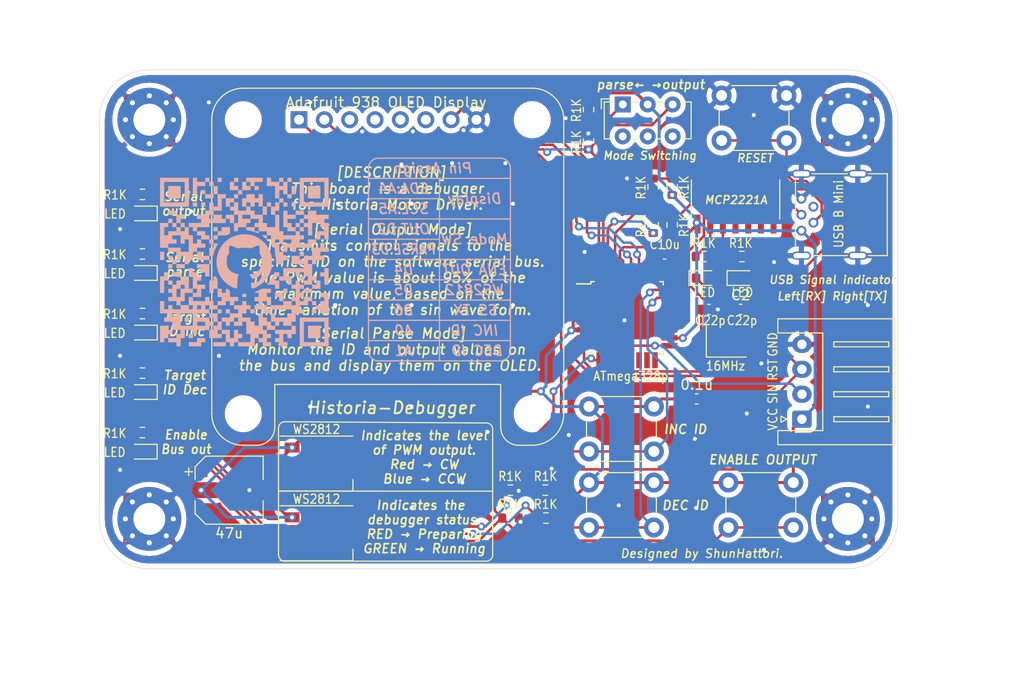
<source format=kicad_pcb>
(kicad_pcb (version 20171130) (host pcbnew "(5.1.8)-1")
  (layers (0 F.Cu signal hide) (31 B.Cu signal hide) (34 B.Paste user) (35 F.Paste user) (36 B.SilkS user) (37 F.SilkS user) (38 B.Mask user) (39 F.Mask user) (44 Edge.Cuts user))
  (net 0 "")
  (net 1 "Net-(U2-Pad26)")
  (net 2 "Net-(U2-Pad22)")
  (net 3 "Net-(U2-Pad20)")
  (net 4 "Net-(U2-Pad19)")
  (net 5 "Net-(U2-Pad17)")
  (net 6 "Net-(U2-Pad16)")
  (net 7 "Net-(U2-Pad15)")
  (net 8 "Net-(U2-Pad14)")
  (net 9 "Net-(U2-Pad13)")
  (net 10 "Net-(U2-Pad12)")
  (net 11 "Net-(U1-Pad11)")
  (net 12 "Net-(U1-Pad10)")
  (net 13 "Net-(U1-Pad9)")
  (net 14 "Net-(U1-Pad8)")
  (net 15 "Net-(U1-Pad7)")
  (net 16 "Net-(J2-Pad4)")
  (net 17 GND)
  (net 18 "Net-(C1-Pad1)")
  (net 19 "Net-(C2-Pad1)")
  (net 20 D+)
  (net 21 D-)
  (net 22 RESET)
  (net 23 SCL)
  (net 24 SDA)
  (net 25 "Net-(D1-Pad2)")
  (net 26 "Net-(D2-Pad2)")
  (net 27 "Net-(D3-Pad2)")
  (net 28 "Net-(D4-Pad2)")
  (net 29 "Net-(D5-Pad2)")
  (net 30 "Net-(D6-Pad2)")
  (net 31 "Net-(D7-Pad2)")
  (net 32 SS_IN)
  (net 33 VCC)
  (net 34 UTX)
  (net 35 "Net-(R2-Pad1)")
  (net 36 URX)
  (net 37 "Net-(R3-Pad1)")
  (net 38 TX_LED)
  (net 39 OUT)
  (net 40 ID_DEC)
  (net 41 MODE1)
  (net 42 RX_LED)
  (net 43 MODE2)
  (net 44 ID_INC)
  (net 45 "Net-(C6-Pad2)")
  (net 46 "Net-(U3-Pad6)")
  (net 47 "Net-(U3-Pad5)")
  (net 48 "Net-(U3-Pad4)")
  (net 49 "Net-(U3-Pad3)")
  (net 50 "Net-(U2-Pad11)")
  (net 51 pixel1_IN)
  (net 52 "Net-(D9-Pad2)")
  (net 53 "Net-(U2-Pad25)")
  (net 54 "Net-(D8-Pad2)")
  (module RobotClub_footprint:GitHub_QR_Alice_F3000_debugger (layer B.Cu) (at 64.516 64.262 180)
    (fp_text reference G*** hide)
    (fp_text value LOGO hide)
  )
  (module Capacitor_SMD:C_0603_1608Metric (layer F.Cu) (at 114.253 69.009)
    (fp_text reference C2 (at 0 -1.43) (layer F.SilkS))
    (fp_text value 22p)
    (pad 2 smd roundrect (at 0.775 0) (size 0.9 0.95) (layers F.Cu F.Paste F.Mask) (net 17 GND))
    (pad 1 smd roundrect (at -0.775 0) (size 0.9 0.95) (layers F.Cu F.Paste F.Mask) (net 19 "Net-(C2-Pad1)"))
  )
  (module Capacitor_SMD:CP_Elec_6.3x5.4 (layer F.Cu) (at 62.992 87.122)
    (fp_text reference 47u (at 0 4.318) (layer F.SilkS))
    (fp_text value 47u)
    (pad 2 smd roundrect (at 2.8 0) (size 3.5 1.6) (layers F.Cu F.Paste F.Mask) (roundrect_rratio 0.15625) (net 17 GND))
    (pad 1 smd roundrect (at -2.8 0) (size 3.5 1.6) (layers F.Cu F.Paste F.Mask) (roundrect_rratio 0.15625) (net 33 VCC))
  )
  (module Capacitor_SMD:C_0603_1608Metric (layer F.Cu) (at 109.855 77.978)
    (fp_text reference 0.1u (at 0 -1.43) (layer F.SilkS))
    (fp_text value 0.1u)
    (pad 2 smd roundrect (at 0.775 0) (size 0.9 0.95) (layers F.Cu F.Paste F.Mask) (net 17 GND))
    (pad 1 smd roundrect (at -0.775 0) (size 0.9 0.95) (layers F.Cu F.Paste F.Mask) (net 33 VCC))
  )
  (module RobotClub_footprint:Adafruit_SSD1306 (layer F.Cu) (at 70 50)
    (fp_text reference U3 hide)
    (fp_text value Adafruit_938 hide)
    (pad "" np_thru_hole circle (at -5.588 0) (size 2.7 2.7) (drill 2.7) (layers *.Cu *.Mask))
    (pad "" np_thru_hole circle (at 23.368 29.464) (size 2.7 2.7) (drill 2.7) (layers *.Cu *.Mask))
    (pad "" np_thru_hole circle (at -5.588 29.464) (size 2.7 2.7) (drill 2.7) (layers *.Cu *.Mask))
    (pad "" np_thru_hole circle (at 23.368 0) (size 2.7 2.7) (drill 2.7) (layers *.Cu *.Mask))
    (pad 1 thru_hole rect (at 0 0) (size 1.7 1.7) (drill 1) (layers *.Cu *.Mask) (net 24 SDA))
    (pad 2 thru_hole circle (at 2.54 0) (size 1.7 1.7) (drill 1) (layers *.Cu *.Mask) (net 23 SCL))
    (pad 3 thru_hole circle (at 5.08 0) (size 1.7 1.7) (drill 1) (layers *.Cu *.Mask) (net 49 "Net-(U3-Pad3)"))
    (pad 4 thru_hole circle (at 7.62 0) (size 1.7 1.7) (drill 1) (layers *.Cu *.Mask) (net 48 "Net-(U3-Pad4)"))
    (pad 5 thru_hole circle (at 10.16 0) (size 1.7 1.7) (drill 1) (layers *.Cu *.Mask) (net 47 "Net-(U3-Pad5)"))
    (pad 6 thru_hole circle (at 12.7 0) (size 1.7 1.7) (drill 1) (layers *.Cu *.Mask) (net 46 "Net-(U3-Pad6)"))
    (pad 7 thru_hole circle (at 15.24 0) (size 1.7 1.7) (drill 1) (layers *.Cu *.Mask) (net 33 VCC))
    (pad 8 thru_hole circle (at 17.78 0) (size 1.7 1.7) (drill 1) (layers *.Cu *.Mask) (net 17 GND))
  )
  (module Resistor_SMD:R_0603_1608Metric (layer F.Cu) (at 94.679 87.122)
    (fp_text reference R17 hide)
    (fp_text value 1k hide)
    (pad 2 smd roundrect (at 0.825 0) (size 0.8 0.95) (layers F.Cu F.Paste F.Mask) (net 22 RESET))
    (pad 1 smd roundrect (at -0.825 0) (size 0.8 0.95) (layers F.Cu F.Paste F.Mask) (net 33 VCC))
  )
  (module Button_Switch_THT:SW_PUSH_6mm_H4.3mm (layer F.Cu) (at 99.06 78.74)
    (fp_text reference SW2 hide)
    (fp_text value SW_Push hide)
    (pad 1 thru_hole circle (at 6.5 0 90) (size 2 2) (drill 1.1) (layers *.Cu *.Mask) (net 33 VCC))
    (pad 2 thru_hole circle (at 6.5 4.5 90) (size 2 2) (drill 1.1) (layers *.Cu *.Mask) (net 44 ID_INC))
    (pad 1 thru_hole circle (at 0 0 90) (size 2 2) (drill 1.1) (layers *.Cu *.Mask) (net 33 VCC))
    (pad 2 thru_hole circle (at 0 4.5 90) (size 2 2) (drill 1.1) (layers *.Cu *.Mask) (net 44 ID_INC))
  )
  (module MountingHole:MountingHole_3.2mm_M3_Pad_Via (layer F.Cu) (at 125 50)
    (fp_text reference REF** hide)
    (fp_text value MountingHole_3.2mm_M3_Pad_Via hide)
    (pad 1 thru_hole circle (at 0 0) (size 6.4 6.4) (drill 3.2) (layers *.Cu *.Mask) (net 17 GND))
    (pad 1 thru_hole circle (at 2.4 0) (size 0.8 0.8) (drill 0.5) (layers *.Cu *.Mask))
    (pad 1 thru_hole circle (at 1.697056 1.697056) (size 0.8 0.8) (drill 0.5) (layers *.Cu *.Mask))
    (pad 1 thru_hole circle (at 0 2.4) (size 0.8 0.8) (drill 0.5) (layers *.Cu *.Mask))
    (pad 1 thru_hole circle (at -1.697056 1.697056) (size 0.8 0.8) (drill 0.5) (layers *.Cu *.Mask))
    (pad 1 thru_hole circle (at -2.4 0) (size 0.8 0.8) (drill 0.5) (layers *.Cu *.Mask))
    (pad 1 thru_hole circle (at -1.697056 -1.697056) (size 0.8 0.8) (drill 0.5) (layers *.Cu *.Mask))
    (pad 1 thru_hole circle (at 0 -2.4) (size 0.8 0.8) (drill 0.5) (layers *.Cu *.Mask))
    (pad 1 thru_hole circle (at 1.697056 -1.697056) (size 0.8 0.8) (drill 0.5) (layers *.Cu *.Mask))
  )
  (module MountingHole:MountingHole_3.2mm_M3_Pad_Via (layer F.Cu) (at 55 50)
    (fp_text reference REF** hide)
    (fp_text value MountingHole_3.2mm_M3_Pad_Via hide)
    (pad 1 thru_hole circle (at 0 0) (size 6.4 6.4) (drill 3.2) (layers *.Cu *.Mask) (net 17 GND))
    (pad 1 thru_hole circle (at 2.4 0) (size 0.8 0.8) (drill 0.5) (layers *.Cu *.Mask))
    (pad 1 thru_hole circle (at 1.697056 1.697056) (size 0.8 0.8) (drill 0.5) (layers *.Cu *.Mask))
    (pad 1 thru_hole circle (at 0 2.4) (size 0.8 0.8) (drill 0.5) (layers *.Cu *.Mask))
    (pad 1 thru_hole circle (at -1.697056 1.697056) (size 0.8 0.8) (drill 0.5) (layers *.Cu *.Mask))
    (pad 1 thru_hole circle (at -2.4 0) (size 0.8 0.8) (drill 0.5) (layers *.Cu *.Mask))
    (pad 1 thru_hole circle (at -1.697056 -1.697056) (size 0.8 0.8) (drill 0.5) (layers *.Cu *.Mask))
    (pad 1 thru_hole circle (at 0 -2.4) (size 0.8 0.8) (drill 0.5) (layers *.Cu *.Mask))
    (pad 1 thru_hole circle (at 1.697056 -1.697056) (size 0.8 0.8) (drill 0.5) (layers *.Cu *.Mask))
  )
  (module MountingHole:MountingHole_3.2mm_M3_Pad_Via (layer F.Cu) (at 55 90)
    (fp_text reference REF** hide)
    (fp_text value MountingHole_3.2mm_M3_Pad_Via hide)
    (pad 1 thru_hole circle (at 0 0) (size 6.4 6.4) (drill 3.2) (layers *.Cu *.Mask) (net 17 GND))
    (pad 1 thru_hole circle (at 2.4 0) (size 0.8 0.8) (drill 0.5) (layers *.Cu *.Mask))
    (pad 1 thru_hole circle (at 1.697056 1.697056) (size 0.8 0.8) (drill 0.5) (layers *.Cu *.Mask))
    (pad 1 thru_hole circle (at 0 2.4) (size 0.8 0.8) (drill 0.5) (layers *.Cu *.Mask))
    (pad 1 thru_hole circle (at -1.697056 1.697056) (size 0.8 0.8) (drill 0.5) (layers *.Cu *.Mask))
    (pad 1 thru_hole circle (at -2.4 0) (size 0.8 0.8) (drill 0.5) (layers *.Cu *.Mask))
    (pad 1 thru_hole circle (at -1.697056 -1.697056) (size 0.8 0.8) (drill 0.5) (layers *.Cu *.Mask))
    (pad 1 thru_hole circle (at 0 -2.4) (size 0.8 0.8) (drill 0.5) (layers *.Cu *.Mask))
    (pad 1 thru_hole circle (at 1.697056 -1.697056) (size 0.8 0.8) (drill 0.5) (layers *.Cu *.Mask))
  )
  (module MountingHole:MountingHole_3.2mm_M3_Pad_Via (layer F.Cu) (at 125 90)
    (fp_text reference REF** hide)
    (fp_text value MountingHole_3.2mm_M3_Pad_Via hide)
    (pad 1 thru_hole circle (at 1.697056 -1.697056) (size 0.8 0.8) (drill 0.5) (layers *.Cu *.Mask))
    (pad 1 thru_hole circle (at 0 -2.4) (size 0.8 0.8) (drill 0.5) (layers *.Cu *.Mask))
    (pad 1 thru_hole circle (at -1.697056 -1.697056) (size 0.8 0.8) (drill 0.5) (layers *.Cu *.Mask))
    (pad 1 thru_hole circle (at -2.4 0) (size 0.8 0.8) (drill 0.5) (layers *.Cu *.Mask))
    (pad 1 thru_hole circle (at -1.697056 1.697056) (size 0.8 0.8) (drill 0.5) (layers *.Cu *.Mask))
    (pad 1 thru_hole circle (at 0 2.4) (size 0.8 0.8) (drill 0.5) (layers *.Cu *.Mask))
    (pad 1 thru_hole circle (at 1.697056 1.697056) (size 0.8 0.8) (drill 0.5) (layers *.Cu *.Mask))
    (pad 1 thru_hole circle (at 2.4 0) (size 0.8 0.8) (drill 0.5) (layers *.Cu *.Mask))
    (pad 1 thru_hole circle (at 0 0) (size 6.4 6.4) (drill 3.2) (layers *.Cu *.Mask) (net 17 GND))
  )
  (module LED_SMD:LED_WS2812B_PLCC4_5.0x5.0mm_P3.2mm (layer F.Cu) (at 71.755 91.44)
    (fp_text reference D9 hide)
    (fp_text value WS2812B hide)
    (pad 1 smd rect (at -2.45 -1.6) (size 1.5 1) (layers F.Cu F.Paste F.Mask) (net 33 VCC))
    (pad 2 smd rect (at -2.45 1.6) (size 1.5 1) (layers F.Cu F.Paste F.Mask) (net 52 "Net-(D9-Pad2)"))
    (pad 4 smd rect (at 2.45 -1.6) (size 1.5 1) (layers F.Cu F.Paste F.Mask) (net 54 "Net-(D8-Pad2)"))
    (pad 3 smd rect (at 2.45 1.6) (size 1.5 1) (layers F.Cu F.Paste F.Mask) (net 17 GND))
  )
  (module LED_SMD:LED_WS2812B_PLCC4_5.0x5.0mm_P3.2mm (layer F.Cu) (at 71.755 84.455)
    (fp_text reference D8 hide)
    (fp_text value WS2812B hide)
    (pad 1 smd rect (at -2.45 -1.6) (size 1.5 1) (layers F.Cu F.Paste F.Mask) (net 33 VCC))
    (pad 2 smd rect (at -2.45 1.6) (size 1.5 1) (layers F.Cu F.Paste F.Mask) (net 54 "Net-(D8-Pad2)"))
    (pad 4 smd rect (at 2.45 -1.6) (size 1.5 1) (layers F.Cu F.Paste F.Mask) (net 51 pixel1_IN))
    (pad 3 smd rect (at 2.45 1.6) (size 1.5 1) (layers F.Cu F.Paste F.Mask) (net 17 GND))
  )
  (module Resistor_SMD:R_0603_1608Metric (layer F.Cu) (at 94.742 89.916)
    (fp_text reference R10 hide)
    (fp_text value 1k hide)
    (pad 2 smd roundrect (at 0.825 0) (size 0.8 0.95) (layers F.Cu F.Paste F.Mask) (net 17 GND))
    (pad 1 smd roundrect (at -0.825 0) (size 0.8 0.95) (layers F.Cu F.Paste F.Mask) (net 40 ID_DEC))
  )
  (module Resistor_SMD:R_0603_1608Metric (layer F.Cu) (at 91.186 87.122)
    (fp_text reference R18 hide)
    (fp_text value 1k hide)
    (pad 2 smd roundrect (at 0.825 0) (size 0.8 0.95) (layers F.Cu F.Paste F.Mask) (net 17 GND))
    (pad 1 smd roundrect (at -0.825 0) (size 0.8 0.95) (layers F.Cu F.Paste F.Mask) (net 44 ID_INC))
  )
  (module Resistor_SMD:R_0603_1608Metric (layer F.Cu) (at 54.2953 81.3473 180)
    (fp_text reference R7 hide)
    (fp_text value 1k hide)
    (pad 2 smd roundrect (at 0.825 0 180) (size 0.8 0.95) (layers F.Cu F.Paste F.Mask) (net 25 "Net-(D1-Pad2)"))
    (pad 1 smd roundrect (at -0.825 0 180) (size 0.8 0.95) (layers F.Cu F.Paste F.Mask) (net 39 OUT))
  )
  (module Capacitor_SMD:C_0603_1608Metric (layer F.Cu) (at 106.632 63.453)
    (fp_text reference C6 hide)
    (fp_text value 10u hide)
    (pad 2 smd roundrect (at 0.775 0) (size 0.9 0.95) (layers F.Cu F.Paste F.Mask) (net 45 "Net-(C6-Pad2)"))
    (pad 1 smd roundrect (at -0.775 0) (size 0.9 0.95) (layers F.Cu F.Paste F.Mask) (net 22 RESET))
  )
  (module Crystal:Crystal_SMD_SeikoEpson_FA238-4Pin_3.2x2.5mm (layer F.Cu) (at 112.813 72.184)
    (fp_text reference Y1 hide)
    (fp_text value Crystal_GND24_Small-Device hide)
    (pad 4 smd rect (at -1.1 -0.8) (size 1.4 1.2) (layers F.Cu F.Paste F.Mask) (net 17 GND))
    (pad 3 smd rect (at 1.1 -0.8) (size 1.4 1.2) (layers F.Cu F.Paste F.Mask) (net 19 "Net-(C2-Pad1)"))
    (pad 2 smd rect (at 1.1 0.8) (size 1.4 1.2) (layers F.Cu F.Paste F.Mask) (net 17 GND))
    (pad 1 smd rect (at -1.1 0.8) (size 1.4 1.2) (layers F.Cu F.Paste F.Mask) (net 18 "Net-(C1-Pad1)"))
  )
  (module Package_QFP:TQFP-32_7x7mm_P0.8mm (layer F.Cu) (at 102.87 69.85)
    (fp_text reference U2 hide)
    (fp_text value ATmega328-AU-MCU_Microchip_ATmega hide)
    (pad 1 smd rect (at -4.25 -2.8) (size 1.6 0.55) (layers F.Cu F.Paste F.Mask) (net 43 MODE2))
    (pad 2 smd rect (at -4.25 -2) (size 1.6 0.55) (layers F.Cu F.Paste F.Mask) (net 39 OUT))
    (pad 3 smd rect (at -4.25 -1.2) (size 1.6 0.55) (layers F.Cu F.Paste F.Mask) (net 17 GND))
    (pad 4 smd rect (at -4.25 -0.4) (size 1.6 0.55) (layers F.Cu F.Paste F.Mask) (net 33 VCC))
    (pad 5 smd rect (at -4.25 0.4) (size 1.6 0.55) (layers F.Cu F.Paste F.Mask) (net 17 GND))
    (pad 6 smd rect (at -4.25 1.2) (size 1.6 0.55) (layers F.Cu F.Paste F.Mask) (net 33 VCC))
    (pad 7 smd rect (at -4.25 2) (size 1.6 0.55) (layers F.Cu F.Paste F.Mask) (net 19 "Net-(C2-Pad1)"))
    (pad 8 smd rect (at -4.25 2.8) (size 1.6 0.55) (layers F.Cu F.Paste F.Mask) (net 18 "Net-(C1-Pad1)"))
    (pad 9 smd rect (at -2.8 4.25 90) (size 1.6 0.55) (layers F.Cu F.Paste F.Mask) (net 51 pixel1_IN))
    (pad 10 smd rect (at -2 4.25 90) (size 1.6 0.55) (layers F.Cu F.Paste F.Mask) (net 32 SS_IN))
    (pad 11 smd rect (at -1.2 4.25 90) (size 1.6 0.55) (layers F.Cu F.Paste F.Mask) (net 50 "Net-(U2-Pad11)"))
    (pad 12 smd rect (at -0.4 4.25 90) (size 1.6 0.55) (layers F.Cu F.Paste F.Mask) (net 10 "Net-(U2-Pad12)"))
    (pad 13 smd rect (at 0.4 4.25 90) (size 1.6 0.55) (layers F.Cu F.Paste F.Mask) (net 9 "Net-(U2-Pad13)"))
    (pad 14 smd rect (at 1.2 4.25 90) (size 1.6 0.55) (layers F.Cu F.Paste F.Mask) (net 8 "Net-(U2-Pad14)"))
    (pad 15 smd rect (at 2 4.25 90) (size 1.6 0.55) (layers F.Cu F.Paste F.Mask) (net 7 "Net-(U2-Pad15)"))
    (pad 16 smd rect (at 2.8 4.25 90) (size 1.6 0.55) (layers F.Cu F.Paste F.Mask) (net 6 "Net-(U2-Pad16)"))
    (pad 17 smd rect (at 4.25 2.8) (size 1.6 0.55) (layers F.Cu F.Paste F.Mask) (net 5 "Net-(U2-Pad17)"))
    (pad 18 smd rect (at 4.25 2) (size 1.6 0.55) (layers F.Cu F.Paste F.Mask) (net 33 VCC))
    (pad 19 smd rect (at 4.25 1.2) (size 1.6 0.55) (layers F.Cu F.Paste F.Mask) (net 4 "Net-(U2-Pad19)"))
    (pad 20 smd rect (at 4.25 0.4) (size 1.6 0.55) (layers F.Cu F.Paste F.Mask) (net 3 "Net-(U2-Pad20)"))
    (pad 21 smd rect (at 4.25 -0.4) (size 1.6 0.55) (layers F.Cu F.Paste F.Mask) (net 17 GND))
    (pad 22 smd rect (at 4.25 -1.2) (size 1.6 0.55) (layers F.Cu F.Paste F.Mask) (net 2 "Net-(U2-Pad22)"))
    (pad 23 smd rect (at 4.25 -2) (size 1.6 0.55) (layers F.Cu F.Paste F.Mask) (net 44 ID_INC))
    (pad 24 smd rect (at 4.25 -2.8) (size 1.6 0.55) (layers F.Cu F.Paste F.Mask) (net 40 ID_DEC))
    (pad 25 smd rect (at 2.8 -4.25 90) (size 1.6 0.55) (layers F.Cu F.Paste F.Mask) (net 53 "Net-(U2-Pad25)"))
    (pad 26 smd rect (at 2 -4.25 90) (size 1.6 0.55) (layers F.Cu F.Paste F.Mask) (net 1 "Net-(U2-Pad26)"))
    (pad 27 smd rect (at 1.2 -4.25 90) (size 1.6 0.55) (layers F.Cu F.Paste F.Mask) (net 24 SDA))
    (pad 28 smd rect (at 0.4 -4.25 90) (size 1.6 0.55) (layers F.Cu F.Paste F.Mask) (net 23 SCL))
    (pad 29 smd rect (at -0.4 -4.25 90) (size 1.6 0.55) (layers F.Cu F.Paste F.Mask) (net 22 RESET))
    (pad 30 smd rect (at -1.2 -4.25 90) (size 1.6 0.55) (layers F.Cu F.Paste F.Mask) (net 35 "Net-(R2-Pad1)"))
    (pad 31 smd rect (at -2 -4.25 90) (size 1.6 0.55) (layers F.Cu F.Paste F.Mask) (net 37 "Net-(R3-Pad1)"))
    (pad 32 smd rect (at -2.8 -4.25 90) (size 1.6 0.55) (layers F.Cu F.Paste F.Mask) (net 41 MODE1))
  )
  (module MCP2221-I_SL:SOIC127P600X175-14N (layer F.Cu) (at 113.744 57.992 90)
    (fp_text reference U1 hide)
    (fp_text value MCP2221-I_SL hide)
    (pad 14 smd rect (at 2.455 -3.81 90) (size 1.9 0.6) (layers F.Cu F.Paste F.Mask) (net 17 GND))
    (pad 13 smd rect (at 2.455 -2.54 90) (size 1.9 0.6) (layers F.Cu F.Paste F.Mask) (net 20 D+))
    (pad 12 smd rect (at 2.455 -1.27 90) (size 1.9 0.6) (layers F.Cu F.Paste F.Mask) (net 21 D-))
    (pad 11 smd rect (at 2.455 0 90) (size 1.9 0.6) (layers F.Cu F.Paste F.Mask) (net 11 "Net-(U1-Pad11)"))
    (pad 10 smd rect (at 2.455 1.27 90) (size 1.9 0.6) (layers F.Cu F.Paste F.Mask) (net 12 "Net-(U1-Pad10)"))
    (pad 9 smd rect (at 2.455 2.54 90) (size 1.9 0.6) (layers F.Cu F.Paste F.Mask) (net 13 "Net-(U1-Pad9)"))
    (pad 8 smd rect (at 2.455 3.81 90) (size 1.9 0.6) (layers F.Cu F.Paste F.Mask) (net 14 "Net-(U1-Pad8)"))
    (pad 7 smd rect (at -2.455 3.81 90) (size 1.9 0.6) (layers F.Cu F.Paste F.Mask) (net 15 "Net-(U1-Pad7)"))
    (pad 6 smd rect (at -2.455 2.54 90) (size 1.9 0.6) (layers F.Cu F.Paste F.Mask) (net 34 UTX))
    (pad 5 smd rect (at -2.455 1.27 90) (size 1.9 0.6) (layers F.Cu F.Paste F.Mask) (net 36 URX))
    (pad 4 smd rect (at -2.455 0 90) (size 1.9 0.6) (layers F.Cu F.Paste F.Mask) (net 45 "Net-(C6-Pad2)"))
    (pad 3 smd rect (at -2.455 -1.27 90) (size 1.9 0.6) (layers F.Cu F.Paste F.Mask) (net 38 TX_LED))
    (pad 2 smd rect (at -2.455 -2.54 90) (size 1.9 0.6) (layers F.Cu F.Paste F.Mask) (net 42 RX_LED))
    (pad 1 smd rect (at -2.455 -3.81 90) (size 1.9 0.6) (layers F.Cu F.Paste F.Mask) (net 33 VCC))
  )
  (module Button_Switch_THT:SW_E-Switch_EG1271_DPDT (layer F.Cu) (at 102.441 48.467)
    (fp_text reference SW6 hide)
    (fp_text value SW_SPDT hide)
    (pad 1 thru_hole rect (at 0 0) (size 1.6 1.6) (drill 0.8) (layers *.Cu *.Mask) (net 43 MODE2))
    (pad 2 thru_hole circle (at 2.5 0) (size 1.6 1.6) (drill 0.8) (layers *.Cu *.Mask) (net 33 VCC))
    (pad 3 thru_hole circle (at 5 0) (size 1.6 1.6) (drill 0.8) (layers *.Cu *.Mask) (net 41 MODE1))
    (pad 4 thru_hole circle (at 0 3.2) (size 1.6 1.6) (drill 0.8) (layers *.Cu *.Mask))
    (pad 5 thru_hole circle (at 2.5 3.2) (size 1.6 1.6) (drill 0.8) (layers *.Cu *.Mask))
    (pad 6 thru_hole circle (at 5 3.2) (size 1.6 1.6) (drill 0.8) (layers *.Cu *.Mask))
  )
  (module Button_Switch_THT:SW_PUSH_6mm_H4.3mm (layer F.Cu) (at 99.06 86.36)
    (fp_text reference SW4 hide)
    (fp_text value SW_Push hide)
    (pad 1 thru_hole circle (at 6.5 0 90) (size 2 2) (drill 1.1) (layers *.Cu *.Mask) (net 33 VCC))
    (pad 2 thru_hole circle (at 6.5 4.5 90) (size 2 2) (drill 1.1) (layers *.Cu *.Mask) (net 40 ID_DEC))
    (pad 1 thru_hole circle (at 0 0 90) (size 2 2) (drill 1.1) (layers *.Cu *.Mask) (net 33 VCC))
    (pad 2 thru_hole circle (at 0 4.5 90) (size 2 2) (drill 1.1) (layers *.Cu *.Mask) (net 40 ID_DEC))
  )
  (module Button_Switch_THT:SW_PUSH_6mm_H4.3mm (layer F.Cu) (at 112.347 47.578)
    (fp_text reference SW3 hide)
    (fp_text value SW_Push hide)
    (pad 1 thru_hole circle (at 6.5 0 90) (size 2 2) (drill 1.1) (layers *.Cu *.Mask) (net 17 GND))
    (pad 2 thru_hole circle (at 6.5 4.5 90) (size 2 2) (drill 1.1) (layers *.Cu *.Mask) (net 22 RESET))
    (pad 1 thru_hole circle (at 0 0 90) (size 2 2) (drill 1.1) (layers *.Cu *.Mask) (net 17 GND))
    (pad 2 thru_hole circle (at 0 4.5 90) (size 2 2) (drill 1.1) (layers *.Cu *.Mask) (net 22 RESET))
  )
  (module Button_Switch_THT:SW_PUSH_6mm_H4.3mm (layer F.Cu) (at 113.03 86.36)
    (fp_text reference SW1 hide)
    (fp_text value SW_Push hide)
    (pad 1 thru_hole circle (at 6.5 0 90) (size 2 2) (drill 1.1) (layers *.Cu *.Mask) (net 33 VCC))
    (pad 2 thru_hole circle (at 6.5 4.5 90) (size 2 2) (drill 1.1) (layers *.Cu *.Mask) (net 39 OUT))
    (pad 1 thru_hole circle (at 0 0 90) (size 2 2) (drill 1.1) (layers *.Cu *.Mask) (net 33 VCC))
    (pad 2 thru_hole circle (at 0 4.5 90) (size 2 2) (drill 1.1) (layers *.Cu *.Mask) (net 39 OUT))
  )
  (module Resistor_SMD:R_0603_1608Metric (layer F.Cu) (at 54.308 69.422 180)
    (fp_text reference R16 hide)
    (fp_text value 1k hide)
    (pad 2 smd roundrect (at 0.825 0 180) (size 0.8 0.95) (layers F.Cu F.Paste F.Mask) (net 30 "Net-(D6-Pad2)"))
    (pad 1 smd roundrect (at -0.825 0 180) (size 0.8 0.95) (layers F.Cu F.Paste F.Mask) (net 44 ID_INC))
  )
  (module Resistor_SMD:R_0603_1608Metric (layer F.Cu) (at 99.012 48.975 90)
    (fp_text reference R15 hide)
    (fp_text value 1k hide)
    (pad 2 smd roundrect (at 0.825 0 90) (size 0.8 0.95) (layers F.Cu F.Paste F.Mask) (net 17 GND))
    (pad 1 smd roundrect (at -0.825 0 90) (size 0.8 0.95) (layers F.Cu F.Paste F.Mask) (net 43 MODE2))
  )
  (module Resistor_SMD:R_0603_1608Metric (layer F.Cu) (at 54.308 63.453 180)
    (fp_text reference R14 hide)
    (fp_text value 1k hide)
    (pad 2 smd roundrect (at 0.825 0 180) (size 0.8 0.95) (layers F.Cu F.Paste F.Mask) (net 29 "Net-(D5-Pad2)"))
    (pad 1 smd roundrect (at -0.825 0 180) (size 0.8 0.95) (layers F.Cu F.Paste F.Mask) (net 43 MODE2))
  )
  (module Resistor_SMD:R_0603_1608Metric (layer F.Cu) (at 114.379 63.707 180)
    (fp_text reference R13 hide)
    (fp_text value 1k hide)
    (pad 2 smd roundrect (at 0.825 0 180) (size 0.8 0.95) (layers F.Cu F.Paste F.Mask) (net 38 TX_LED))
    (pad 1 smd roundrect (at -0.825 0 180) (size 0.8 0.95) (layers F.Cu F.Paste F.Mask) (net 31 "Net-(D7-Pad2)"))
  )
  (module Resistor_SMD:R_0603_1608Metric (layer F.Cu) (at 99.012 52.15 90)
    (fp_text reference R12 hide)
    (fp_text value 1k hide)
    (pad 2 smd roundrect (at 0.825 0 90) (size 0.8 0.95) (layers F.Cu F.Paste F.Mask) (net 17 GND))
    (pad 1 smd roundrect (at -0.825 0 90) (size 0.8 0.95) (layers F.Cu F.Paste F.Mask) (net 41 MODE1))
  )
  (module Resistor_SMD:R_0603_1608Metric (layer F.Cu) (at 54.308 57.484 180)
    (fp_text reference R11 hide)
    (fp_text value 1k hide)
    (pad 2 smd roundrect (at 0.825 0 180) (size 0.8 0.95) (layers F.Cu F.Paste F.Mask) (net 28 "Net-(D4-Pad2)"))
    (pad 1 smd roundrect (at -0.825 0 180) (size 0.8 0.95) (layers F.Cu F.Paste F.Mask) (net 41 MODE1))
  )
  (module Resistor_SMD:R_0603_1608Metric (layer F.Cu) (at 91.186 89.916)
    (fp_text reference R9 hide)
    (fp_text value 1k hide)
    (pad 2 smd roundrect (at 0.825 0) (size 0.8 0.95) (layers F.Cu F.Paste F.Mask) (net 17 GND))
    (pad 1 smd roundrect (at -0.825 0) (size 0.8 0.95) (layers F.Cu F.Paste F.Mask) (net 39 OUT))
  )
  (module Resistor_SMD:R_0603_1608Metric (layer F.Cu) (at 54.308 75.391 180)
    (fp_text reference R8 hide)
    (fp_text value 1k hide)
    (pad 2 smd roundrect (at 0.825 0 180) (size 0.8 0.95) (layers F.Cu F.Paste F.Mask) (net 26 "Net-(D2-Pad2)"))
    (pad 1 smd roundrect (at -0.825 0 180) (size 0.8 0.95) (layers F.Cu F.Paste F.Mask) (net 40 ID_DEC))
  )
  (module Resistor_SMD:R_0603_1608Metric (layer F.Cu) (at 110.569 63.707 180)
    (fp_text reference R6 hide)
    (fp_text value 1k hide)
    (pad 2 smd roundrect (at 0.825 0 180) (size 0.8 0.95) (layers F.Cu F.Paste F.Mask) (net 42 RX_LED))
    (pad 1 smd roundrect (at -0.825 0 180) (size 0.8 0.95) (layers F.Cu F.Paste F.Mask) (net 27 "Net-(D3-Pad2)"))
  )
  (module Resistor_SMD:R_0603_1608Metric (layer F.Cu) (at 107.394 60.532 270)
    (fp_text reference R5 hide)
    (fp_text value 1k hide)
    (pad 2 smd roundrect (at 0.825 0 270) (size 0.8 0.95) (layers F.Cu F.Paste F.Mask) (net 33 VCC))
    (pad 1 smd roundrect (at -0.825 0 270) (size 0.8 0.95) (layers F.Cu F.Paste F.Mask) (net 36 URX))
  )
  (module Resistor_SMD:R_0603_1608Metric (layer F.Cu) (at 107.394 56.722 270)
    (fp_text reference R4 hide)
    (fp_text value 1k hide)
    (pad 2 smd roundrect (at 0.825 0 270) (size 0.8 0.95) (layers F.Cu F.Paste F.Mask) (net 33 VCC))
    (pad 1 smd roundrect (at -0.825 0 270) (size 0.8 0.95) (layers F.Cu F.Paste F.Mask) (net 34 UTX))
  )
  (module Resistor_SMD:R_0603_1608Metric (layer F.Cu) (at 105.489 60.532 90)
    (fp_text reference R3 hide)
    (fp_text value 1k hide)
    (pad 2 smd roundrect (at 0.825 0 90) (size 0.8 0.95) (layers F.Cu F.Paste F.Mask) (net 36 URX))
    (pad 1 smd roundrect (at -0.825 0 90) (size 0.8 0.95) (layers F.Cu F.Paste F.Mask) (net 37 "Net-(R3-Pad1)"))
  )
  (module Resistor_SMD:R_0603_1608Metric (layer F.Cu) (at 105.489 56.722 90)
    (fp_text reference R2 hide)
    (fp_text value 1k hide)
    (pad 2 smd roundrect (at 0.825 0 90) (size 0.8 0.95) (layers F.Cu F.Paste F.Mask) (net 34 UTX))
    (pad 1 smd roundrect (at -0.825 0 90) (size 0.8 0.95) (layers F.Cu F.Paste F.Mask) (net 35 "Net-(R2-Pad1)"))
  )
  (module 2020_C_team:USB_Mini_B_holes (layer F.Cu) (at 124.412 59.516 90)
    (fp_text reference J2 hide)
    (fp_text value USB_B_Mini hide)
    (pad 6 thru_hole oval (at 4.1 1.586) (size 1.9 0.8) (drill oval 1.6 0.5) (layers *.Cu *.Mask) (net 17 GND))
    (pad 6 thru_hole oval (at -4.1 1.586) (size 1.9 0.8) (drill oval 1.6 0.5) (layers *.Cu *.Mask) (net 17 GND))
    (pad 6 thru_hole oval (at 4.1 -4.064) (size 1.9 0.8) (drill oval 1.6 0.5) (layers *.Cu *.Mask) (net 17 GND))
    (pad 6 thru_hole oval (at -4.1 -4.064) (size 1.9 0.8) (drill oval 1.6 0.5) (layers *.Cu *.Mask) (net 17 GND))
    (pad 4 thru_hole circle (at 0.8 -2.864 90) (size 1 1) (drill 0.6) (layers *.Cu *.Mask) (net 16 "Net-(J2-Pad4)"))
    (pad 5 thru_hole circle (at 1.6 -4.064 180) (size 1 1) (drill 0.6) (layers *.Cu *.Mask) (net 17 GND))
    (pad 1 thru_hole circle (at -1.6 -4.064 90) (size 1 1) (drill 0.6) (layers *.Cu *.Mask) (net 33 VCC))
    (pad 2 thru_hole circle (at -0.8 -2.864 90) (size 1 1) (drill 0.6) (layers *.Cu *.Mask) (net 21 D-))
    (pad 3 thru_hole circle (at 0 -4.064 90) (size 1 1) (drill 0.6) (layers *.Cu *.Mask) (net 20 D+))
  )
  (module Connector_JST:JST_XH_S4B-XH-A_1x04_P2.50mm_Horizontal (layer F.Cu) (at 120.396 80.01 90)
    (fp_text reference J1 hide)
    (fp_text value Conn_01x04_Female hide)
    (pad 4 thru_hole oval (at 7.5 0 90) (size 1.7 1.95) (drill 0.95) (layers *.Cu *.Mask) (net 17 GND))
    (pad 3 thru_hole oval (at 5 0 90) (size 1.7 1.95) (drill 0.95) (layers *.Cu *.Mask) (net 22 RESET))
    (pad 2 thru_hole oval (at 2.5 0 90) (size 1.7 1.95) (drill 0.95) (layers *.Cu *.Mask) (net 32 SS_IN))
    (pad 1 thru_hole roundrect (at 0 0 90) (size 1.7 1.95) (drill 0.95) (layers *.Cu *.Mask) (roundrect_rratio 0.147059) (net 33 VCC))
  )
  (module LED_SMD:LED_0603_1608Metric (layer F.Cu) (at 114.379 65.866)
    (fp_text reference D7 hide)
    (fp_text value LED hide)
    (pad 2 smd roundrect (at 0.7875 0) (size 0.875 0.95) (layers F.Cu F.Paste F.Mask) (net 31 "Net-(D7-Pad2)"))
    (pad 1 smd roundrect (at -0.7875 0) (size 0.875 0.95) (layers F.Cu F.Paste F.Mask) (net 17 GND))
  )
  (module LED_SMD:LED_0603_1608Metric (layer F.Cu) (at 54.308 71.327 180)
    (fp_text reference D6 hide)
    (fp_text value LED hide)
    (pad 2 smd roundrect (at 0.7875 0 180) (size 0.875 0.95) (layers F.Cu F.Paste F.Mask) (net 30 "Net-(D6-Pad2)"))
    (pad 1 smd roundrect (at -0.7875 0 180) (size 0.875 0.95) (layers F.Cu F.Paste F.Mask) (net 17 GND))
  )
  (module LED_SMD:LED_0603_1608Metric (layer F.Cu) (at 54.308 65.358 180)
    (fp_text reference D5 hide)
    (fp_text value LED hide)
    (pad 2 smd roundrect (at 0.7875 0 180) (size 0.875 0.95) (layers F.Cu F.Paste F.Mask) (net 29 "Net-(D5-Pad2)"))
    (pad 1 smd roundrect (at -0.7875 0 180) (size 0.875 0.95) (layers F.Cu F.Paste F.Mask) (net 17 GND))
  )
  (module LED_SMD:LED_0603_1608Metric (layer F.Cu) (at 54.308 59.389 180)
    (fp_text reference D4 hide)
    (fp_text value LED hide)
    (pad 2 smd roundrect (at 0.7875 0 180) (size 0.875 0.95) (layers F.Cu F.Paste F.Mask) (net 28 "Net-(D4-Pad2)"))
    (pad 1 smd roundrect (at -0.7875 0 180) (size 0.875 0.95) (layers F.Cu F.Paste F.Mask) (net 17 GND))
  )
  (module LED_SMD:LED_0603_1608Metric (layer F.Cu) (at 110.569 65.866)
    (fp_text reference D3 hide)
    (fp_text value LED hide)
    (pad 2 smd roundrect (at 0.7875 0) (size 0.875 0.95) (layers F.Cu F.Paste F.Mask) (net 27 "Net-(D3-Pad2)"))
    (pad 1 smd roundrect (at -0.7875 0) (size 0.875 0.95) (layers F.Cu F.Paste F.Mask) (net 17 GND))
  )
  (module LED_SMD:LED_0603_1608Metric (layer F.Cu) (at 54.308 77.296 180)
    (fp_text reference D2 hide)
    (fp_text value LED hide)
    (pad 2 smd roundrect (at 0.7875 0 180) (size 0.875 0.95) (layers F.Cu F.Paste F.Mask) (net 26 "Net-(D2-Pad2)"))
    (pad 1 smd roundrect (at -0.7875 0 180) (size 0.875 0.95) (layers F.Cu F.Paste F.Mask) (net 17 GND))
  )
  (module LED_SMD:LED_0603_1608Metric (layer F.Cu) (at 54.2953 83.2677 180)
    (fp_text reference D1 hide)
    (fp_text value LED hide)
    (pad 2 smd roundrect (at 0.7875 0 180) (size 0.875 0.95) (layers F.Cu F.Paste F.Mask) (net 25 "Net-(D1-Pad2)"))
    (pad 1 smd roundrect (at -0.7875 0 180) (size 0.875 0.95) (layers F.Cu F.Paste F.Mask) (net 17 GND))
  )
  (module Capacitor_SMD:C_0603_1608Metric (layer F.Cu) (at 111.078 69.009)
    (fp_text reference C1 hide)
    (fp_text value 22p hide)
    (pad 2 smd roundrect (at 0.775 0) (size 0.9 0.95) (layers F.Cu F.Paste F.Mask) (net 17 GND))
    (pad 1 smd roundrect (at -0.775 0) (size 0.9 0.95) (layers F.Cu F.Paste F.Mask) (net 18 "Net-(C1-Pad1)"))
  )
  (gr_text PARSE:D3 (at 80.518 62.992) (layer B.SilkS) (effects (font (size 1 0.9) (thickness 0.17) italic) (justify mirror)))
  (gr_line (start 91.186 64.008) (end 76.962 64.008) (layer B.SilkS) (width 0.12))
  (gr_text A1 (at 80.518 73.152) (layer B.SilkS) (effects (font (size 1 1) (thickness 0.17) italic) (justify mirror)))
  (gr_text A0 (at 80.518 71.12) (layer B.SilkS) (effects (font (size 1 1) (thickness 0.17) italic) (justify mirror)))
  (gr_text D4 (at 80.518 65.024) (layer B.SilkS) (effects (font (size 1 1) (thickness 0.17) italic) (justify mirror)))
  (gr_text D6 (at 80.518 69.088) (layer B.SilkS) (effects (font (size 1 1) (thickness 0.17) italic) (justify mirror)))
  (gr_text OUT:D2 (at 80.518 60.96) (layer B.SilkS) (effects (font (size 1 1) (thickness 0.17) italic) (justify mirror)))
  (gr_text D5 (at 80.518 67.056) (layer B.SilkS) (effects (font (size 1 1) (thickness 0.17) italic) (justify mirror)))
  (gr_text SCL:A5 (at 80.518 58.928) (layer B.SilkS) (effects (font (size 1 1) (thickness 0.17) italic) (justify mirror)))
  (gr_text SDA:A4 (at 80.518 56.896) (layer B.SilkS) (effects (font (size 1 1) (thickness 0.17) italic) (justify mirror)))
  (gr_arc (start 77.978 54.864) (end 76.962 54.864) (angle 90) (layer B.SilkS) (width 0.12))
  (gr_arc (start 90.17 54.864) (end 90.17 53.848) (angle 90) (layer B.SilkS) (width 0.12))
  (gr_arc (start 90.17 73.152) (end 91.186 73.152) (angle 90) (layer B.SilkS) (width 0.12))
  (gr_arc (start 77.978 73.152) (end 77.978 74.168) (angle 90) (layer B.SilkS) (width 0.12))
  (gr_line (start 84.074 57.912) (end 76.962 57.912) (layer B.SilkS) (width 0.12))
  (gr_line (start 84.074 55.88) (end 84.074 74.168) (layer B.SilkS) (width 0.12))
  (gr_line (start 76.962 54.864) (end 76.962 73.152) (layer B.SilkS) (width 0.12))
  (gr_line (start 90.17 74.168) (end 77.978 74.168) (layer B.SilkS) (width 0.12))
  (gr_line (start 90.17 53.848) (end 77.978 53.848) (layer B.SilkS) (width 0.12))
  (gr_line (start 91.186 72.136) (end 76.962 72.136) (layer B.SilkS) (width 0.12))
  (gr_line (start 91.186 70.104) (end 76.962 70.104) (layer B.SilkS) (width 0.12))
  (gr_line (start 91.186 68.072) (end 76.962 68.072) (layer B.SilkS) (width 0.12))
  (gr_line (start 84.074 61.976) (end 76.962 61.976) (layer B.SilkS) (width 0.12))
  (gr_line (start 91.186 66.04) (end 76.962 66.04) (layer B.SilkS) (width 0.12))
  (gr_line (start 91.186 59.944) (end 76.962 59.944) (layer B.SilkS) (width 0.12))
  (gr_line (start 91.186 54.864) (end 91.186 73.152) (layer B.SilkS) (width 0.12))
  (gr_line (start 91.186 55.88) (end 76.962 55.88) (layer B.SilkS) (width 0.12))
  (gr_text "DEC ID" (at 87.884 73.152) (layer B.SilkS) (effects (font (size 1 1) (thickness 0.17) italic) (justify mirror)))
  (gr_text "INC ID" (at 87.63 71.12) (layer B.SilkS) (effects (font (size 1 1) (thickness 0.17) italic) (justify mirror)))
  (gr_text "ENA OUT" (at 87.63 65.024) (layer B.SilkS) (effects (font (size 1 1) (thickness 0.17) italic) (justify mirror)))
  (gr_text "SS TX" (at 87.757 69.088) (layer B.SilkS) (effects (font (size 1 1) (thickness 0.17) italic) (justify mirror)))
  (gr_text "Mode SW" (at 87.63 61.976) (layer B.SilkS) (effects (font (size 1 1) (thickness 0.17) italic) (justify mirror)))
  (gr_text WS2812 (at 87.63 67.056) (layer B.SilkS) (effects (font (size 1 1) (thickness 0.17) italic) (justify mirror)))
  (gr_text Display (at 87.63 57.912) (layer B.SilkS) (effects (font (size 1 1) (thickness 0.17) italic) (justify mirror)))
  (gr_text "Pin Assign" (at 83.439 54.864) (layer B.SilkS) (effects (font (size 1 1) (thickness 0.17) italic) (justify mirror)))
  (gr_text "[Serial Parse Mode]\nMonitor the ID and output values on \nthe bus and display them on the OLED.\n" (at 79.121 73.025) (layer F.SilkS) (effects (font (size 1 1) (thickness 0.17) italic)))
  (gr_text "[Serial Output Mode]\nTransmits control signals to the \nspecified ID on the software serial bus.\nThe PWM value is about 95% of the \nmaximum value, based on the \ntime variation of the sin wave form.\n" (at 79.375 65.024) (layer F.SilkS) (effects (font (size 1 1) (thickness 0.17) italic)))
  (gr_text "[DESCRIPTION]\nThis board is a debugger \nfor Historia Motor Driver. \n" (at 79.248 56.896) (layer F.SilkS) (effects (font (size 1 1) (thickness 0.17) italic)))
  (gr_text "ENABLE OUTPUT" (at 116.459 84.074) (layer F.SilkS) (effects (font (size 0.9 0.9) (thickness 0.17) italic)))
  (gr_text "DEC ID" (at 108.712 88.646) (layer F.SilkS) (effects (font (size 0.9 0.9) (thickness 0.17) italic)))
  (gr_text "INC ID" (at 108.712 81.026) (layer F.SilkS) (effects (font (size 0.9 0.9) (thickness 0.17) italic)))
  (gr_text "Indicates the \ndebugger status.\nRED → Preparing\nGREEN → Running" (at 82.55 90.805) (layer F.SilkS) (effects (font (size 0.9 0.9) (thickness 0.17) italic)))
  (gr_arc (start 88.773 93.599) (end 88.773 94.234) (angle -90) (layer F.SilkS) (width 0.12))
  (gr_arc (start 68.58 93.599) (end 67.945 93.599) (angle -90) (layer F.SilkS) (width 0.12))
  (gr_line (start 67.945 93.599) (end 67.945 87.884) (layer F.SilkS) (width 0.12))
  (gr_line (start 88.773 94.234) (end 68.58 94.234) (layer F.SilkS) (width 0.12))
  (gr_arc (start 68.58 80.899) (end 68.58 80.264) (angle -90) (layer F.SilkS) (width 0.12))
  (gr_arc (start 88.773 81.026) (end 89.408 81.026) (angle -90) (layer F.SilkS) (width 0.12))
  (gr_line (start 67.945 87.884) (end 67.945 80.899) (layer F.SilkS) (width 0.12))
  (gr_line (start 89.408 87.2236) (end 67.945 87.2109) (layer F.SilkS) (width 0.12))
  (gr_line (start 89.408 81.026) (end 89.408 93.599) (layer F.SilkS) (width 0.12))
  (gr_line (start 68.58 80.264) (end 88.773 80.391) (layer F.SilkS) (width 0.12))
  (gr_text "Indicates the level\nof PWM output.\nRed → CW\nBlue → CCW" (at 82.55 83.82) (layer F.SilkS) (effects (font (size 0.9 0.9) (thickness 0.17) italic)))
  (gr_text parse← (at 102.235 46.482) (layer F.SilkS) (effects (font (size 0.9 0.9) (thickness 0.17) italic)))
  (gr_text →output (at 107.95 46.482) (layer F.SilkS) (effects (font (size 0.9 0.9) (thickness 0.17) italic)))
  (gr_text RESET (at 115.697 53.848) (layer F.SilkS) (effects (font (size 0.8 0.8) (thickness 0.15) italic)))
  (gr_text "Mode Switching" (at 105.156 53.594) (layer F.SilkS) (effects (font (size 0.8 0.8) (thickness 0.15) italic)))
  (gr_text MCP2221A (at 113.792 58.039) (layer F.SilkS) (effects (font (size 0.8 0.8) (thickness 0.15) italic)))
  (gr_text "Left[RX] Right[TX]\n" (at 123.444 67.691) (layer F.SilkS) (effects (font (size 0.8 0.8) (thickness 0.15) italic)))
  (gr_text "USB Signal indicator" (at 123.444 66.04) (layer F.SilkS) (effects (font (size 0.8 0.8) (thickness 0.15) italic)))
  (gr_text "Enable\nBus out" (at 58.674 82.296) (layer F.SilkS) (effects (font (size 0.9 0.85) (thickness 0.17) italic)))
  (gr_text "Target\nID Dec" (at 58.547 76.327) (layer F.SilkS) (effects (font (size 0.9 0.9) (thickness 0.17) italic)))
  (gr_text "Target\nID Inc" (at 58.547 70.485) (layer F.SilkS) (effects (font (size 0.9 0.9) (thickness 0.17) italic)))
  (gr_text "Serial\nparse" (at 58.547 64.516) (layer F.SilkS) (effects (font (size 0.9 0.9) (thickness 0.17) italic)))
  (gr_text "Serial\noutput" (at 58.42 58.42) (layer F.SilkS) (effects (font (size 0.9 0.9) (thickness 0.17) italic)))
  (gr_text "Designed by ShunHattori." (at 110.363 93.472) (layer F.SilkS) (effects (font (size 0.85 0.85) (thickness 0.14) italic)))
  (gr_text Historia-Debugger (at 79.248 78.867) (layer F.SilkS) (effects (font (size 1.2 1.2) (thickness 0.19) italic)))
  (gr_text R1K (at 97.79 52.232 90) (layer F.SilkS) (effects (font (size 0.9 0.8) (thickness 0.13))))
  (gr_text R1K (at 97.79 49.057 90) (layer F.SilkS) (effects (font (size 0.9 0.8) (thickness 0.13))))
  (gr_text "USB B Mini" (at 124.079 59.436 90) (layer F.SilkS) (effects (font (size 0.9 0.8) (thickness 0.13))))
  (gr_text GND (at 117.475 72.517 90) (layer F.SilkS) (effects (font (size 0.9 0.8) (thickness 0.13))))
  (gr_text RST (at 117.475 75.057 90) (layer F.SilkS) (effects (font (size 0.9 0.8) (thickness 0.13))))
  (gr_text SIN (at 117.475 77.47 90) (layer F.SilkS) (effects (font (size 0.9 0.8) (thickness 0.13))))
  (gr_text VCC (at 117.475 80.01 90) (layer F.SilkS) (effects (font (size 0.9 0.8) (thickness 0.13))))
  (gr_text ATmega328p (at 103.251 75.692) (layer F.SilkS) (effects (font (size 0.9 0.8) (thickness 0.13))))
  (gr_text 16MHz (at 112.741 74.676) (layer F.SilkS) (effects (font (size 0.9 0.8) (thickness 0.13))))
  (gr_text C22p (at 114.392 70.119) (layer F.SilkS) (effects (font (size 0.9 0.8) (thickness 0.13))))
  (gr_text C22p (at 111.217 70.119) (layer F.SilkS) (effects (font (size 0.9 0.8) (thickness 0.13))))
  (gr_text LED (at 114.427 67.31) (layer F.SilkS) (effects (font (size 0.9 0.8) (thickness 0.13))))
  (gr_text LED (at 110.617 67.31) (layer F.SilkS) (effects (font (size 0.9 0.8) (thickness 0.13))))
  (gr_text C10u (at 106.645 62.499) (layer F.SilkS) (effects (font (size 0.9 0.8) (thickness 0.13))))
  (gr_text R1K (at 104.267 60.614 90) (layer F.SilkS) (effects (font (size 0.9 0.8) (thickness 0.13))))
  (gr_text R1K (at 108.585 60.579 90) (layer F.SilkS) (effects (font (size 0.9 0.8) (thickness 0.13))))
  (gr_text R1K (at 108.585 56.769 90) (layer F.SilkS) (effects (font (size 0.9 0.8) (thickness 0.13))))
  (gr_text R1K (at 104.267 56.804 90) (layer F.SilkS) (effects (font (size 0.9 0.8) (thickness 0.13))))
  (gr_text R1K (at 114.265 62.372) (layer F.SilkS) (effects (font (size 0.9 0.8) (thickness 0.13))))
  (gr_text R1K (at 110.582 62.372) (layer F.SilkS) (effects (font (size 0.9 0.8) (thickness 0.13))))
  (gr_text R1K (at 91.151 88.534) (layer F.SilkS) (effects (font (size 0.9 0.8) (thickness 0.13))))
  (gr_text R1K (at 94.707 88.534) (layer F.SilkS) (effects (font (size 0.9 0.8) (thickness 0.13))))
  (gr_text R1K (at 94.707 85.74) (layer F.SilkS) (effects (font (size 0.9 0.8) (thickness 0.13))))
  (gr_text R1K (at 91.151 85.74) (layer F.SilkS) (effects (font (size 0.9 0.8) (thickness 0.13))))
  (gr_text WS2812 (at 71.755 81.026) (layer F.SilkS) (effects (font (size 0.9 0.8) (thickness 0.13))))
  (gr_text WS2812 (at 71.755 88.011) (layer F.SilkS) (effects (font (size 0.9 0.8) (thickness 0.13))))
  (gr_text R1K (at 51.527 81.422) (layer F.SilkS) (effects (font (size 0.9 0.8) (thickness 0.13))))
  (gr_text LED (at 51.527 83.327) (layer F.SilkS) (effects (font (size 0.9 0.8) (thickness 0.13))))
  (gr_text R1K (at 51.527 75.453) (layer F.SilkS) (effects (font (size 0.9 0.8) (thickness 0.13))))
  (gr_text LED (at 51.527 77.358) (layer F.SilkS) (effects (font (size 0.9 0.8) (thickness 0.13))))
  (gr_text R1K (at 51.527 69.484) (layer F.SilkS) (effects (font (size 0.9 0.8) (thickness 0.13))))
  (gr_text LED (at 51.527 71.389) (layer F.SilkS) (effects (font (size 0.9 0.8) (thickness 0.13))))
  (gr_text R1K (at 51.527 63.515) (layer F.SilkS) (effects (font (size 0.9 0.8) (thickness 0.13))))
  (gr_text LED (at 51.527 65.42) (layer F.SilkS) (effects (font (size 0.9 0.8) (thickness 0.13))))
  (gr_text LED (at 51.562 59.436) (layer F.SilkS) (effects (font (size 0.9 0.8) (thickness 0.13))))
  (gr_text R1K (at 51.562 57.531) (layer F.SilkS) (effects (font (size 0.9 0.8) (thickness 0.13))))
  (gr_text "Adafruit_938 OLED Display" (at 78.74 48.26) (layer F.SilkS) (effects (font (size 1 1))))
  (gr_line (start 130 50) (end 130 90) (layer Edge.Cuts) (width 0.05))
  (gr_line (start 55 45) (end 125 45) (layer Edge.Cuts) (width 0.05))
  (gr_line (start 50 90) (end 50 50) (layer Edge.Cuts) (width 0.05))
  (gr_line (start 125 95) (end 55 95) (layer Edge.Cuts) (width 0.05))
  (gr_arc (start 55 90) (end 50 90) (angle -90) (layer Edge.Cuts) (width 0.05))
  (gr_arc (start 55 50) (end 55 45) (angle -90) (layer Edge.Cuts) (width 0.05))
  (gr_arc (start 125 50) (end 130 50) (angle -90) (layer Edge.Cuts) (width 0.05))
  (gr_arc (start 125 90) (end 125 95) (angle -90) (layer Edge.Cuts) (width 0.05))
  (via (at 76.327 51.181) (size 0.8) (drill 0.4) (layers F.Cu B.Cu) (net 17))
  (via (at 81.407 51.181) (size 0.8) (drill 0.4) (layers F.Cu B.Cu) (net 17))
  (via (at 86.487 51.054) (size 0.8) (drill 0.4) (layers F.Cu B.Cu) (net 17))
  (via (at 85.344 54.356) (size 0.8) (drill 0.4) (layers F.Cu B.Cu) (net 17))
  (via (at 90.678 54.356) (size 0.8) (drill 0.4) (layers F.Cu B.Cu) (net 17))
  (via (at 80.264 54.483) (size 0.8) (drill 0.4) (layers F.Cu B.Cu) (net 17))
  (via (at 92.0115 87.1855) (size 0.8) (drill 0.4) (layers F.Cu B.Cu) (net 17))
  (via (at 92.202 90.297) (size 0.8) (drill 0.4) (layers F.Cu B.Cu) (net 17))
  (via (at 98.9965 51.3715) (size 0.8) (drill 0.4) (layers F.Cu B.Cu) (net 17))
  (via (at 111.967 69.009) (size 0.8) (drill 0.4) (layers F.Cu B.Cu) (net 17))
  (via (at 102.616 70.104) (size 0.8) (drill 0.4) (layers F.Cu B.Cu) (net 17))
  (segment (start 98.62 68.65) (end 100.006 68.65) (width 0.25) (layer F.Cu) (net 17))
  (segment (start 98.62 70.25) (end 99.93 70.25) (width 0.25) (layer F.Cu) (net 17))
  (segment (start 107.12 69.45) (end 105.81 69.45) (width 0.25) (layer F.Cu) (net 17))
  (via (at 60.96 48.26) (size 0.8) (drill 0.4) (layers F.Cu B.Cu) (net 17))
  (via (at 71.12 48.26) (size 0.8) (drill 0.4) (layers F.Cu B.Cu) (net 17))
  (via (at 59.182 59.182) (size 0.8) (drill 0.4) (layers F.Cu B.Cu) (net 17))
  (via (at 73.914 58.42) (size 0.8) (drill 0.4) (layers F.Cu B.Cu) (net 17))
  (via (at 81.28 48.26) (size 0.8) (drill 0.4) (layers F.Cu B.Cu) (net 17))
  (via (at 81.28 58.42) (size 0.8) (drill 0.4) (layers F.Cu B.Cu) (net 17))
  (via (at 61.976 73.66) (size 0.8) (drill 0.4) (layers F.Cu B.Cu) (net 17))
  (via (at 73.66 68.58) (size 0.8) (drill 0.4) (layers F.Cu B.Cu) (net 17))
  (via (at 81.28 68.58) (size 0.8) (drill 0.4) (layers F.Cu B.Cu) (net 17))
  (via (at 91.44 68.58) (size 0.8) (drill 0.4) (layers F.Cu B.Cu) (net 17))
  (via (at 91.44 58.42) (size 0.8) (drill 0.4) (layers F.Cu B.Cu) (net 17))
  (via (at 71.12 78.74) (size 0.8) (drill 0.4) (layers F.Cu B.Cu) (net 17))
  (via (at 81.28 78.74) (size 0.8) (drill 0.4) (layers F.Cu B.Cu) (net 17))
  (via (at 81.28 88.9) (size 0.8) (drill 0.4) (layers F.Cu B.Cu) (net 17))
  (via (at 127 68.58) (size 0.8) (drill 0.4) (layers F.Cu B.Cu) (net 17))
  (via (at 127 78.74) (size 0.8) (drill 0.4) (layers F.Cu B.Cu) (net 17))
  (via (at 86.36 86.36) (size 0.8) (drill 0.4) (layers F.Cu B.Cu) (net 17))
  (via (at 88.9 81.28) (size 0.8) (drill 0.4) (layers F.Cu B.Cu) (net 17))
  (via (at 65.024 87.122) (size 0.8) (drill 0.4) (layers F.Cu B.Cu) (net 17))
  (via (at 52.07 85.09) (size 0.8) (drill 0.4) (layers F.Cu B.Cu) (net 17))
  (via (at 52.07 73.66) (size 0.8) (drill 0.4) (layers F.Cu B.Cu) (net 17))
  (via (at 52.07 60.96) (size 0.8) (drill 0.4) (layers F.Cu B.Cu) (net 17))
  (via (at 102.87 55.88) (size 0.8) (drill 0.4) (layers F.Cu B.Cu) (net 17))
  (via (at 115.57 49.53) (size 0.8) (drill 0.4) (layers F.Cu B.Cu) (net 17))
  (via (at 117.602 64.262) (size 0.8) (drill 0.4) (layers F.Cu B.Cu) (net 17))
  (via (at 116.332 74.422) (size 0.8) (drill 0.4) (layers F.Cu B.Cu) (net 17))
  (via (at 114.8715 79.4385) (size 0.8) (drill 0.4) (layers F.Cu B.Cu) (net 17))
  (via (at 109.6645 81.9785) (size 0.8) (drill 0.4) (layers F.Cu B.Cu) (net 17))
  (via (at 109.7915 88.9) (size 0.8) (drill 0.4) (layers F.Cu B.Cu) (net 17))
  (via (at 102.0445 88.646) (size 0.8) (drill 0.4) (layers F.Cu B.Cu) (net 17))
  (via (at 97.028 81.5975) (size 0.8) (drill 0.4) (layers F.Cu B.Cu) (net 17))
  (via (at 95.3135 84.963) (size 0.8) (drill 0.4) (layers F.Cu B.Cu) (net 17))
  (via (at 116.586 93.091) (size 0.8) (drill 0.4) (layers F.Cu B.Cu) (net 17))
  (via (at 98.6155 63.246) (size 0.8) (drill 0.4) (layers F.Cu B.Cu) (net 17))
  (via (at 96.7105 49.8475) (size 0.8) (drill 0.4) (layers F.Cu B.Cu) (net 17))
  (segment (start 109.7815 65.866) (end 110.908 66.9925) (width 0.25) (layer F.Cu) (net 17))
  (segment (start 110.908 66.9925) (end 112.141 66.9925) (width 0.25) (layer F.Cu) (net 17))
  (segment (start 125 48.926998) (end 123.634502 47.5615) (width 0.25) (layer F.Cu) (net 17))
  (segment (start 125 48.926998) (end 126.428998 47.498) (width 0.25) (layer F.Cu) (net 17))
  (segment (start 126.428998 47.498) (end 127.508 47.498) (width 0.25) (layer F.Cu) (net 17))
  (segment (start 126.073002 50) (end 127.508 48.565002) (width 0.25) (layer F.Cu) (net 17))
  (segment (start 125 50) (end 126.073002 50) (width 0.25) (layer F.Cu) (net 17))
  (segment (start 127.508 47.5615) (end 127.1905 47.5615) (width 0.25) (layer F.Cu) (net 17))
  (segment (start 127.1905 47.5615) (end 127.381 47.752) (width 0.25) (layer F.Cu) (net 17))
  (segment (start 127.508 48.565002) (end 127.508 47.5615) (width 0.25) (layer F.Cu) (net 17))
  (segment (start 127.508 47.5615) (end 127.508 47.498) (width 0.25) (layer F.Cu) (net 17))
  (segment (start 126.073002 50) (end 127.508 51.434998) (width 0.25) (layer F.Cu) (net 17))
  (segment (start 123.558502 52.5145) (end 125 51.073002) (width 0.25) (layer F.Cu) (net 17))
  (segment (start 123.926998 50) (end 122.428 51.498998) (width 0.25) (layer F.Cu) (net 17))
  (segment (start 122.682 52.2605) (end 122.58675 52.35575) (width 0.25) (layer F.Cu) (net 17))
  (segment (start 122.428 52.5145) (end 122.58675 52.35575) (width 0.25) (layer F.Cu) (net 17))
  (segment (start 122.7455 52.5145) (end 122.428 52.197) (width 0.25) (layer F.Cu) (net 17))
  (segment (start 122.428 52.197) (end 122.428 52.5145) (width 0.25) (layer F.Cu) (net 17))
  (segment (start 122.428 51.498998) (end 122.428 52.197) (width 0.25) (layer F.Cu) (net 17))
  (segment (start 122.428 52.5145) (end 122.7455 52.5145) (width 0.25) (layer F.Cu) (net 17))
  (segment (start 122.7455 52.5145) (end 123.558502 52.5145) (width 0.25) (layer F.Cu) (net 17))
  (segment (start 122.577943 47.665557) (end 122.682 47.5615) (width 0.25) (layer F.Cu) (net 17))
  (segment (start 123.926998 50) (end 122.577943 48.650945) (width 0.25) (layer F.Cu) (net 17))
  (segment (start 125 50) (end 123.926998 50) (width 0.25) (layer F.Cu) (net 17))
  (segment (start 122.682 47.5615) (end 122.4915 47.5615) (width 0.25) (layer F.Cu) (net 17))
  (segment (start 122.577943 48.650945) (end 122.577943 47.665557) (width 0.25) (layer F.Cu) (net 17))
  (segment (start 123.634502 47.5615) (end 122.682 47.5615) (width 0.25) (layer F.Cu) (net 17))
  (segment (start 125 50) (end 125 51.073002) (width 0.25) (layer F.Cu) (net 17))
  (segment (start 126.349055 52.422057) (end 127.155943 52.422057) (width 0.25) (layer F.Cu) (net 17))
  (segment (start 125 51.073002) (end 126.349055 52.422057) (width 0.25) (layer F.Cu) (net 17))
  (segment (start 127.3175 52.2605) (end 127.508 52.2605) (width 0.25) (layer F.Cu) (net 17))
  (segment (start 127.155943 52.422057) (end 127.3175 52.2605) (width 0.25) (layer F.Cu) (net 17))
  (segment (start 127.508 51.434998) (end 127.508 52.2605) (width 0.25) (layer F.Cu) (net 17))
  (segment (start 122.428 88.501002) (end 122.428 87.503) (width 0.25) (layer F.Cu) (net 17))
  (segment (start 122.577943 87.607057) (end 122.577943 88.650945) (width 0.25) (layer F.Cu) (net 17))
  (segment (start 122.607057 87.577943) (end 122.577943 87.607057) (width 0.25) (layer F.Cu) (net 17))
  (segment (start 123.904941 87.577943) (end 122.607057 87.577943) (width 0.25) (layer F.Cu) (net 17))
  (segment (start 122.577943 88.650945) (end 122.428 88.501002) (width 0.25) (layer F.Cu) (net 17))
  (segment (start 125 88.673002) (end 123.904941 87.577943) (width 0.25) (layer F.Cu) (net 17))
  (segment (start 125 90) (end 125 88.673002) (width 0.25) (layer F.Cu) (net 17))
  (segment (start 127.201943 87.577943) (end 127.254 87.63) (width 0.25) (layer F.Cu) (net 17))
  (segment (start 126.349055 87.577943) (end 127.201943 87.577943) (width 0.25) (layer F.Cu) (net 17))
  (segment (start 125 88.926998) (end 126.349055 87.577943) (width 0.25) (layer F.Cu) (net 17))
  (segment (start 127.422057 88.650945) (end 127.422057 87.798057) (width 0.25) (layer F.Cu) (net 17))
  (segment (start 126.073002 90) (end 127.422057 88.650945) (width 0.25) (layer F.Cu) (net 17))
  (segment (start 125 90) (end 126.073002 90) (width 0.25) (layer F.Cu) (net 17))
  (segment (start 126.073002 90) (end 127.5715 91.498498) (width 0.25) (layer F.Cu) (net 17))
  (segment (start 127.5715 91.498498) (end 127.5715 92.5195) (width 0.25) (layer F.Cu) (net 17))
  (segment (start 126.349055 92.422057) (end 127.351443 92.422057) (width 0.25) (layer F.Cu) (net 17))
  (segment (start 125 91.073002) (end 126.349055 92.422057) (width 0.25) (layer F.Cu) (net 17))
  (segment (start 122.775057 92.422057) (end 123.650945 92.422057) (width 0.25) (layer F.Cu) (net 17))
  (segment (start 122.577943 92.224943) (end 122.775057 92.422057) (width 0.25) (layer F.Cu) (net 17))
  (segment (start 123.650945 92.422057) (end 125 91.073002) (width 0.25) (layer F.Cu) (net 17))
  (segment (start 122.577943 91.349055) (end 122.577943 92.224943) (width 0.25) (layer F.Cu) (net 17))
  (segment (start 123.926998 90) (end 122.577943 91.349055) (width 0.25) (layer F.Cu) (net 17))
  (segment (start 125 90) (end 123.926998 90) (width 0.25) (layer F.Cu) (net 17))
  (segment (start 123.650945 87.577943) (end 122.954943 87.577943) (width 0.25) (layer F.Cu) (net 17))
  (segment (start 125 88.926998) (end 125 90) (width 0.25) (layer F.Cu) (net 17))
  (segment (start 123.650945 87.577943) (end 125 88.926998) (width 0.25) (layer F.Cu) (net 17))
  (segment (start 126.349055 92.422057) (end 127.224443 92.422057) (width 0.25) (layer F.Cu) (net 17))
  (segment (start 125 90) (end 125 91.073002) (width 0.25) (layer F.Cu) (net 17))
  (segment (start 127.224443 92.422057) (end 127.4445 92.202) (width 0.25) (layer F.Cu) (net 17))
  (segment (start 52.705 87.827886) (end 52.705 87.503) (width 0.25) (layer F.Cu) (net 17))
  (segment (start 55 88.926998) (end 55 90) (width 0.25) (layer F.Cu) (net 17))
  (segment (start 52.577943 87.954943) (end 52.705 87.827886) (width 0.25) (layer F.Cu) (net 17))
  (segment (start 52.577943 88.650945) (end 52.577943 87.954943) (width 0.25) (layer F.Cu) (net 17))
  (segment (start 53.926998 90) (end 52.577943 88.650945) (width 0.25) (layer F.Cu) (net 17))
  (segment (start 53.576002 87.503) (end 55 88.926998) (width 0.25) (layer F.Cu) (net 17))
  (segment (start 52.705 87.503) (end 53.576002 87.503) (width 0.25) (layer F.Cu) (net 17))
  (segment (start 55 90) (end 53.926998 90) (width 0.25) (layer F.Cu) (net 17))
  (segment (start 53.926998 90) (end 52.5145 88.587502) (width 0.25) (layer F.Cu) (net 17))
  (segment (start 52.5145 88.587502) (end 52.5145 87.5665) (width 0.25) (layer F.Cu) (net 17))
  (segment (start 53.650945 92.422057) (end 52.417057 92.422057) (width 0.25) (layer F.Cu) (net 17))
  (segment (start 55 91.073002) (end 53.650945 92.422057) (width 0.25) (layer F.Cu) (net 17))
  (segment (start 55 90) (end 55 91.073002) (width 0.25) (layer F.Cu) (net 17))
  (segment (start 53.926998 90) (end 52.5145 91.412498) (width 0.25) (layer F.Cu) (net 17))
  (segment (start 52.5145 91.412498) (end 52.5145 92.583) (width 0.25) (layer F.Cu) (net 17))
  (segment (start 56.349055 92.422057) (end 57.374443 92.422057) (width 0.25) (layer F.Cu) (net 17))
  (segment (start 55 91.073002) (end 56.349055 92.422057) (width 0.25) (layer F.Cu) (net 17))
  (segment (start 57.374443 92.422057) (end 57.531 92.2655) (width 0.25) (layer F.Cu) (net 17))
  (segment (start 57.422057 92.374443) (end 57.374443 92.422057) (width 0.25) (layer F.Cu) (net 17))
  (segment (start 57.422057 91.349055) (end 57.422057 92.374443) (width 0.25) (layer F.Cu) (net 17))
  (segment (start 56.073002 90) (end 57.422057 91.349055) (width 0.25) (layer F.Cu) (net 17))
  (segment (start 55 90) (end 56.073002 90) (width 0.25) (layer F.Cu) (net 17))
  (segment (start 57.422057 87.711557) (end 57.422057 87.584557) (width 0.25) (layer B.Cu) (net 17))
  (segment (start 57.422057 88.650945) (end 57.422057 87.711557) (width 0.25) (layer B.Cu) (net 17))
  (segment (start 56.073002 90) (end 57.422057 88.650945) (width 0.25) (layer B.Cu) (net 17))
  (segment (start 55 90) (end 56.073002 90) (width 0.25) (layer B.Cu) (net 17))
  (segment (start 56.349055 87.577943) (end 57.097943 87.577943) (width 0.25) (layer B.Cu) (net 17))
  (segment (start 55 88.926998) (end 56.349055 87.577943) (width 0.25) (layer B.Cu) (net 17))
  (segment (start 55 90) (end 55 88.926998) (width 0.25) (layer B.Cu) (net 17))
  (segment (start 57.097943 87.577943) (end 57.277 87.757) (width 0.25) (layer B.Cu) (net 17))
  (segment (start 55 88.926998) (end 56.487498 87.4395) (width 0.25) (layer B.Cu) (net 17))
  (segment (start 56.487498 87.4395) (end 57.4675 87.4395) (width 0.25) (layer B.Cu) (net 17))
  (segment (start 52.577943 48.650945) (end 53.926998 50) (width 0.25) (layer F.Cu) (net 17))
  (segment (start 52.577943 47.815557) (end 52.577943 48.650945) (width 0.25) (layer F.Cu) (net 17))
  (segment (start 52.717329 47.815557) (end 52.577943 47.815557) (width 0.25) (layer F.Cu) (net 17))
  (segment (start 52.954943 47.577943) (end 52.717329 47.815557) (width 0.25) (layer F.Cu) (net 17))
  (segment (start 53.650945 47.577943) (end 52.954943 47.577943) (width 0.25) (layer F.Cu) (net 17))
  (segment (start 55 48.926998) (end 53.650945 47.577943) (width 0.25) (layer F.Cu) (net 17))
  (segment (start 53.650945 47.577943) (end 52.688557 47.577943) (width 0.25) (layer F.Cu) (net 17))
  (segment (start 57.422057 48.650945) (end 57.422057 47.770057) (width 0.25) (layer F.Cu) (net 17))
  (segment (start 56.798003 49.274999) (end 57.422057 48.650945) (width 0.25) (layer F.Cu) (net 17))
  (segment (start 55.725001 49.274999) (end 56.798003 49.274999) (width 0.25) (layer F.Cu) (net 17))
  (segment (start 55 50) (end 55.725001 49.274999) (width 0.25) (layer F.Cu) (net 17))
  (segment (start 57.422057 47.770057) (end 57.3405 47.6885) (width 0.25) (layer F.Cu) (net 17))
  (segment (start 57.229943 47.577943) (end 57.422057 47.770057) (width 0.25) (layer F.Cu) (net 17))
  (segment (start 55 48.926998) (end 56.349055 47.577943) (width 0.25) (layer F.Cu) (net 17))
  (segment (start 56.349055 47.577943) (end 57.229943 47.577943) (width 0.25) (layer F.Cu) (net 17))
  (segment (start 55 50) (end 55 48.926998) (width 0.25) (layer F.Cu) (net 17))
  (segment (start 55 51.073002) (end 55 50) (width 0.25) (layer F.Cu) (net 17))
  (segment (start 57.15 52.578) (end 56.504998 52.578) (width 0.25) (layer F.Cu) (net 17))
  (segment (start 56.504998 52.578) (end 55 51.073002) (width 0.25) (layer F.Cu) (net 17))
  (segment (start 57.4675 52.2605) (end 57.15 52.578) (width 0.25) (layer F.Cu) (net 17))
  (segment (start 57.4675 51.394498) (end 57.4675 52.2605) (width 0.25) (layer F.Cu) (net 17))
  (segment (start 56.798003 50.725001) (end 57.4675 51.394498) (width 0.25) (layer F.Cu) (net 17))
  (segment (start 55.725001 50.725001) (end 56.798003 50.725001) (width 0.25) (layer F.Cu) (net 17))
  (segment (start 55 50) (end 55.725001 50.725001) (width 0.25) (layer F.Cu) (net 17))
  (segment (start 110.303 71.859002) (end 111.427998 72.984) (width 0.25) (layer F.Cu) (net 18))
  (segment (start 110.303 69.009) (end 110.303 71.859002) (width 0.25) (layer F.Cu) (net 18))
  (segment (start 112.027998 72.984) (end 111.713 72.984) (width 0.25) (layer F.Cu) (net 18))
  (segment (start 98.552 72.718) (end 98.62 72.65) (width 0.25) (layer F.Cu) (net 18))
  (segment (start 98.552 74.242002) (end 98.552 72.718) (width 0.25) (layer F.Cu) (net 18))
  (segment (start 99.534999 75.225001) (end 98.552 74.242002) (width 0.25) (layer F.Cu) (net 18))
  (segment (start 99.534999 75.225001) (end 110.702999 75.225001) (width 0.25) (layer F.Cu) (net 18))
  (segment (start 111.713 74.215) (end 111.713 72.984) (width 0.25) (layer F.Cu) (net 18))
  (segment (start 110.702999 75.225001) (end 111.713 74.215) (width 0.25) (layer F.Cu) (net 18))
  (segment (start 113.913 69.444) (end 113.478 69.009) (width 0.25) (layer F.Cu) (net 19))
  (segment (start 113.913 71.384) (end 113.913 69.444) (width 0.25) (layer F.Cu) (net 19))
  (segment (start 97.494999 72.114999) (end 97.494999 73.821411) (width 0.25) (layer F.Cu) (net 19))
  (segment (start 97.759998 71.85) (end 97.494999 72.114999) (width 0.25) (layer F.Cu) (net 19))
  (segment (start 98.62 71.85) (end 97.759998 71.85) (width 0.25) (layer F.Cu) (net 19))
  (segment (start 97.494999 73.821411) (end 99.348598 75.67501) (width 0.25) (layer F.Cu) (net 19))
  (segment (start 110.8894 75.67501) (end 99.348598 75.67501) (width 0.25) (layer F.Cu) (net 19))
  (segment (start 112.738001 73.826409) (end 110.8894 75.67501) (width 0.25) (layer F.Cu) (net 19))
  (segment (start 113.627998 71.384) (end 112.738001 72.273997) (width 0.25) (layer F.Cu) (net 19))
  (segment (start 112.738001 72.273997) (end 112.738001 73.826409) (width 0.25) (layer F.Cu) (net 19))
  (segment (start 113.913 71.384) (end 113.627998 71.384) (width 0.25) (layer F.Cu) (net 19))
  (segment (start 111.204 56.10341) (end 112.58459 57.484) (width 0.25) (layer F.Cu) (net 20))
  (segment (start 111.204 55.537) (end 111.204 56.10341) (width 0.25) (layer F.Cu) (net 20))
  (segment (start 118.316 57.484) (end 120.348 59.516) (width 0.25) (layer F.Cu) (net 20))
  (segment (start 112.58459 57.484) (end 118.316 57.484) (width 0.25) (layer F.Cu) (net 20))
  (segment (start 122.373001 58.319999) (end 121.029002 56.976) (width 0.25) (layer F.Cu) (net 21))
  (segment (start 122.373001 59.490999) (end 122.373001 58.319999) (width 0.25) (layer F.Cu) (net 21))
  (segment (start 121.548 60.316) (end 122.373001 59.490999) (width 0.25) (layer F.Cu) (net 21))
  (segment (start 112.474 56.737) (end 112.474 55.537) (width 0.25) (layer F.Cu) (net 21))
  (segment (start 112.713 56.976) (end 112.474 56.737) (width 0.25) (layer F.Cu) (net 21))
  (segment (start 121.029002 56.976) (end 112.713 56.976) (width 0.25) (layer F.Cu) (net 21))
  (segment (start 112.347 52.078) (end 118.847 52.078) (width 0.25) (layer F.Cu) (net 22))
  (segment (start 102.47 64.739998) (end 102.47 65.6) (width 0.25) (layer F.Cu) (net 22))
  (segment (start 105.857 63.453) (end 105.857 63.947) (width 0.25) (layer F.Cu) (net 22))
  (segment (start 105.857 63.947) (end 108.585 66.675) (width 0.25) (layer F.Cu) (net 22))
  (segment (start 108.585 66.675) (end 109.22 66.675) (width 0.25) (layer F.Cu) (net 22))
  (segment (start 109.22 66.675) (end 110.49 67.945) (width 0.25) (layer F.Cu) (net 22))
  (segment (start 110.49 67.945) (end 113.905002 67.945) (width 0.25) (layer F.Cu) (net 22))
  (segment (start 122.823011 62.716307) (end 117.594318 67.945) (width 0.25) (layer F.Cu) (net 22))
  (segment (start 120.830422 56.14101) (end 122.823011 58.133599) (width 0.25) (layer F.Cu) (net 22))
  (segment (start 122.823011 58.133599) (end 122.823011 62.716307) (width 0.25) (layer F.Cu) (net 22))
  (segment (start 119.497692 56.14101) (end 120.830422 56.14101) (width 0.25) (layer F.Cu) (net 22))
  (segment (start 118.847 55.490318) (end 119.497692 56.14101) (width 0.25) (layer F.Cu) (net 22))
  (segment (start 118.847 52.078) (end 118.847 55.490318) (width 0.25) (layer F.Cu) (net 22))
  (segment (start 117.594318 67.945) (end 116.001506 67.945) (width 0.25) (layer F.Cu) (net 22))
  (segment (start 116.001506 67.945) (end 113.665 67.945) (width 0.25) (layer F.Cu) (net 22))
  (segment (start 105.176843 62.772843) (end 105.857 63.453) (width 0.25) (layer F.Cu) (net 22))
  (segment (start 102.524155 62.772843) (end 105.176843 62.772843) (width 0.25) (layer F.Cu) (net 22))
  (segment (start 102.144999 63.151999) (end 102.524155 62.772843) (width 0.25) (layer F.Cu) (net 22))
  (segment (start 102.144999 63.848001) (end 102.144999 63.151999) (width 0.25) (layer F.Cu) (net 22))
  (segment (start 102.47 64.173002) (end 102.144999 63.848001) (width 0.25) (layer F.Cu) (net 22))
  (segment (start 102.47 65.6) (end 102.47 64.173002) (width 0.25) (layer F.Cu) (net 22))
  (segment (start 97.591001 85.034999) (end 114.355001 85.034999) (width 0.25) (layer F.Cu) (net 22))
  (segment (start 95.504 87.122) (end 97.591001 85.034999) (width 0.25) (layer F.Cu) (net 22))
  (segment (start 114.355001 85.034999) (end 118.364 81.026) (width 0.25) (layer F.Cu) (net 22))
  (segment (start 118.364 77.042) (end 120.396 75.01) (width 0.25) (layer F.Cu) (net 22))
  (segment (start 118.364 81.026) (end 118.364 77.042) (width 0.25) (layer F.Cu) (net 22))
  (segment (start 117.594318 72.208318) (end 120.396 75.01) (width 0.25) (layer F.Cu) (net 22))
  (segment (start 117.594318 67.945) (end 117.594318 72.208318) (width 0.25) (layer F.Cu) (net 22))
  (via (at 102.87 63.5) (size 0.8) (drill 0.4) (layers F.Cu B.Cu) (net 23))
  (segment (start 103.27 63.9) (end 102.87 63.5) (width 0.25) (layer F.Cu) (net 23))
  (segment (start 103.27 65.6) (end 103.27 63.9) (width 0.25) (layer F.Cu) (net 23))
  (segment (start 99.314 61.595) (end 100.965 61.595) (width 0.25) (layer B.Cu) (net 23))
  (segment (start 100.965 61.595) (end 102.87 63.5) (width 0.25) (layer B.Cu) (net 23))
  (via (at 99.314 61.595) (size 0.8) (drill 0.4) (layers F.Cu B.Cu) (net 23))
  (segment (start 74.61 52.07) (end 72.54 50) (width 0.25) (layer F.Cu) (net 23))
  (segment (start 96.253112 52.07) (end 74.61 52.07) (width 0.25) (layer F.Cu) (net 23))
  (segment (start 99.314 61.595) (end 99.187 61.595) (width 0.25) (layer F.Cu) (net 23))
  (segment (start 99.187 61.595) (end 98.853001 61.261001) (width 0.25) (layer F.Cu) (net 23))
  (segment (start 98.853001 54.669889) (end 98.672556 54.489444) (width 0.25) (layer F.Cu) (net 23))
  (segment (start 98.853001 61.261001) (end 98.853001 54.669889) (width 0.25) (layer F.Cu) (net 23))
  (segment (start 98.672556 54.489444) (end 96.253112 52.07) (width 0.25) (layer F.Cu) (net 23))
  (segment (start 104.07 65.6) (end 104.07 65.97) (width 0.25) (layer F.Cu) (net 24))
  (segment (start 104.07 65.6) (end 104.07 63.694606) (width 0.25) (layer F.Cu) (net 24))
  (segment (start 104.07 63.694606) (end 103.873238 63.497844) (width 0.25) (layer F.Cu) (net 24))
  (via (at 103.873238 63.497844) (size 0.8) (drill 0.4) (layers F.Cu B.Cu) (net 24))
  (segment (start 72.52001 52.52001) (end 70 50) (width 0.25) (layer F.Cu) (net 24))
  (segment (start 95.44601 52.52001) (end 72.52001 52.52001) (width 0.25) (layer F.Cu) (net 24))
  (segment (start 97.79 60.161) (end 97.79 54.864) (width 0.25) (layer F.Cu) (net 24))
  (segment (start 98.044 60.706) (end 97.79 60.161) (width 0.25) (layer F.Cu) (net 24))
  (segment (start 97.79 54.864) (end 95.44601 52.52001) (width 0.25) (layer F.Cu) (net 24))
  (segment (start 103.873238 62.932159) (end 103.873238 63.497844) (width 0.25) (layer B.Cu) (net 24))
  (segment (start 102.521999 62.320001) (end 103.26108 62.320001) (width 0.25) (layer B.Cu) (net 24))
  (segment (start 101.071997 60.869999) (end 102.521999 62.320001) (width 0.25) (layer B.Cu) (net 24))
  (segment (start 98.498999 60.869999) (end 101.071997 60.869999) (width 0.25) (layer B.Cu) (net 24))
  (segment (start 98.044 60.706) (end 98.498999 60.869999) (width 0.25) (layer B.Cu) (net 24))
  (segment (start 103.26108 62.320001) (end 103.873238 62.932159) (width 0.25) (layer B.Cu) (net 24))
  (via (at 98.044 60.706) (size 0.8) (drill 0.4) (layers F.Cu B.Cu) (net 24))
  (segment (start 53.5078 81.3848) (end 53.4703 81.3473) (width 0.25) (layer F.Cu) (net 25))
  (segment (start 53.5078 83.2677) (end 53.5078 81.3848) (width 0.25) (layer F.Cu) (net 25))
  (segment (start 53.5205 75.4285) (end 53.483 75.391) (width 0.25) (layer F.Cu) (net 26))
  (segment (start 53.5205 77.296) (end 53.5205 75.4285) (width 0.25) (layer F.Cu) (net 26))
  (segment (start 111.394 65.8285) (end 111.3565 65.866) (width 0.25) (layer F.Cu) (net 27))
  (segment (start 111.394 63.707) (end 111.394 65.8285) (width 0.25) (layer F.Cu) (net 27))
  (segment (start 53.483 57.484) (end 53.483 59.3515) (width 0.25) (layer F.Cu) (net 28))
  (segment (start 53.483 59.3515) (end 53.5205 59.389) (width 0.25) (layer F.Cu) (net 28))
  (segment (start 53.483 65.3205) (end 53.5205 65.358) (width 0.25) (layer F.Cu) (net 29))
  (segment (start 53.483 63.453) (end 53.483 65.3205) (width 0.25) (layer F.Cu) (net 29))
  (segment (start 53.5205 69.4595) (end 53.483 69.422) (width 0.25) (layer F.Cu) (net 30))
  (segment (start 53.5205 71.327) (end 53.5205 69.4595) (width 0.25) (layer F.Cu) (net 30))
  (segment (start 115.204 65.8285) (end 115.1665 65.866) (width 0.25) (layer F.Cu) (net 31))
  (segment (start 115.204 63.707) (end 115.204 65.8285) (width 0.25) (layer F.Cu) (net 31))
  (segment (start 110.236 76.454) (end 119.34 76.454) (width 0.25) (layer B.Cu) (net 32))
  (segment (start 106.426 72.644) (end 110.236 76.454) (width 0.25) (layer B.Cu) (net 32))
  (segment (start 100.87 73.05) (end 100.87 74.1) (width 0.25) (layer F.Cu) (net 32))
  (segment (start 101.276 72.644) (end 100.87 73.05) (width 0.25) (layer F.Cu) (net 32))
  (segment (start 105.664 72.644) (end 106.426 72.644) (width 0.25) (layer B.Cu) (net 32))
  (segment (start 105.664 72.644) (end 101.276 72.644) (width 0.25) (layer F.Cu) (net 32))
  (segment (start 119.34 76.454) (end 120.396 77.51) (width 0.25) (layer B.Cu) (net 32))
  (via (at 105.664 72.644) (size 0.8) (drill 0.4) (layers F.Cu B.Cu) (net 32))
  (segment (start 109.024 61.357) (end 109.934 60.447) (width 0.3) (layer F.Cu) (net 33))
  (segment (start 107.394 61.357) (end 109.024 61.357) (width 0.3) (layer F.Cu) (net 33))
  (segment (start 120.348 61.116) (end 110.963 61.116) (width 0.3) (layer B.Cu) (net 33))
  (via (at 109.853999 60.325) (size 0.8) (drill 0.4) (layers F.Cu B.Cu) (net 33))
  (segment (start 109.934 60.405001) (end 109.853999 60.325) (width 0.3) (layer F.Cu) (net 33))
  (segment (start 109.934 60.447) (end 109.934 60.405001) (width 0.3) (layer F.Cu) (net 33))
  (segment (start 110.963 61.116) (end 110.0135 60.1665) (width 0.3) (layer B.Cu) (net 33))
  (segment (start 109.855 60.325) (end 110.0135 60.1665) (width 0.3) (layer B.Cu) (net 33))
  (segment (start 109.853999 60.325) (end 109.855 60.325) (width 0.3) (layer B.Cu) (net 33))
  (segment (start 106.091001 49.617001) (end 104.941 48.467) (width 0.3) (layer B.Cu) (net 33))
  (segment (start 106.091001 55.926001) (end 106.091001 49.617001) (width 0.3) (layer B.Cu) (net 33))
  (segment (start 107.394 57.229) (end 106.091001 55.926001) (width 0.3) (layer B.Cu) (net 33))
  (segment (start 107.394 57.547) (end 107.394 57.547) (width 0.3) (layer B.Cu) (net 33))
  (segment (start 110.0135 60.1665) (end 107.394 57.547) (width 0.3) (layer B.Cu) (net 33))
  (segment (start 87.923001 47.316999) (end 85.24 50) (width 0.3) (layer F.Cu) (net 33))
  (segment (start 103.790999 47.316999) (end 87.923001 47.316999) (width 0.3) (layer F.Cu) (net 33))
  (segment (start 104.941 48.467) (end 103.790999 47.316999) (width 0.3) (layer F.Cu) (net 33))
  (segment (start 107.394 61.357) (end 107.394 61.516) (width 0.3) (layer F.Cu) (net 33))
  (segment (start 105.56 78.74) (end 106.172 78.74) (width 0.3) (layer F.Cu) (net 33))
  (segment (start 105.56 78.74) (end 99.06 78.74) (width 0.3) (layer F.Cu) (net 33))
  (segment (start 99.06 86.36) (end 119.53 86.36) (width 0.3) (layer F.Cu) (net 33))
  (segment (start 119.53 80.876) (end 120.396 80.01) (width 0.3) (layer F.Cu) (net 33))
  (segment (start 119.53 86.36) (end 119.53 80.876) (width 0.3) (layer F.Cu) (net 33))
  (segment (start 97.47299 87.94701) (end 99.06 86.36) (width 0.3) (layer F.Cu) (net 33))
  (segment (start 94.55101 87.94701) (end 97.47299 87.94701) (width 0.3) (layer F.Cu) (net 33))
  (segment (start 93.854 87.25) (end 94.55101 87.94701) (width 0.3) (layer F.Cu) (net 33))
  (segment (start 100.410001 80.090001) (end 99.06 78.74) (width 0.3) (layer B.Cu) (net 33))
  (segment (start 100.410001 85.009999) (end 100.410001 80.090001) (width 0.3) (layer B.Cu) (net 33))
  (segment (start 99.06 86.36) (end 100.410001 85.009999) (width 0.3) (layer B.Cu) (net 33))
  (via (at 97.282 71.12) (size 0.8) (drill 0.4) (layers F.Cu B.Cu) (net 33))
  (segment (start 98.55 71.12) (end 98.62 71.05) (width 0.3) (layer F.Cu) (net 33))
  (segment (start 97.282 71.12) (end 98.55 71.12) (width 0.3) (layer F.Cu) (net 33))
  (segment (start 97.714998 69.45) (end 98.62 69.45) (width 0.3) (layer F.Cu) (net 33))
  (segment (start 97.469999 69.694999) (end 97.714998 69.45) (width 0.3) (layer F.Cu) (net 33))
  (segment (start 97.469999 70.805001) (end 97.469999 69.694999) (width 0.3) (layer F.Cu) (net 33))
  (segment (start 97.714998 71.05) (end 97.469999 70.805001) (width 0.3) (layer F.Cu) (net 33))
  (segment (start 98.62 71.05) (end 97.714998 71.05) (width 0.3) (layer F.Cu) (net 33))
  (segment (start 107.394 61.357) (end 107.394 61.674) (width 0.3) (layer F.Cu) (net 33))
  (segment (start 109.853999 70.486001) (end 108.458 71.882) (width 0.3) (layer B.Cu) (net 33))
  (via (at 108.458 71.882) (size 0.8) (drill 0.4) (layers F.Cu B.Cu) (net 33))
  (segment (start 109.853999 60.325) (end 109.853999 70.486001) (width 0.3) (layer B.Cu) (net 33))
  (segment (start 107.152 71.882) (end 107.12 71.85) (width 0.3) (layer F.Cu) (net 33))
  (segment (start 108.458 71.882) (end 107.152 71.882) (width 0.3) (layer F.Cu) (net 33))
  (segment (start 120.348 61.116) (end 120.348 61.166) (width 0.3) (layer F.Cu) (net 33))
  (segment (start 121.72101 62.48901) (end 120.348 61.116) (width 0.3) (layer B.Cu) (net 33))
  (segment (start 121.72101 78.68499) (end 121.72101 62.48901) (width 0.3) (layer B.Cu) (net 33))
  (segment (start 120.396 80.01) (end 121.72101 78.68499) (width 0.3) (layer B.Cu) (net 33))
  (segment (start 120.396 80.01) (end 120.904 80.01) (width 0.3) (layer B.Cu) (net 33))
  (segment (start 69.305 89.84) (end 68.91 89.84) (width 0.3) (layer F.Cu) (net 33))
  (segment (start 68.204999 83.955001) (end 69.305 82.855) (width 0.3) (layer F.Cu) (net 33))
  (segment (start 68.204999 89.134999) (end 68.204999 83.955001) (width 0.3) (layer F.Cu) (net 33))
  (segment (start 68.91 89.84) (end 68.204999 89.134999) (width 0.3) (layer F.Cu) (net 33))
  (segment (start 99.06 78.74) (end 98.806 78.74) (width 0.3) (layer B.Cu) (net 33))
  (segment (start 97.282 71.12) (end 94.753999 73.648001) (width 0.3) (layer B.Cu) (net 33))
  (segment (start 69.305 89.84) (end 69.305 90.006) (width 0.3) (layer F.Cu) (net 33))
  (via (at 94.234 77.216) (size 0.8) (drill 0.4) (layers F.Cu B.Cu) (net 33))
  (segment (start 74.944 77.216) (end 94.234 77.216) (width 0.3) (layer F.Cu) (net 33))
  (segment (start 69.305 82.855) (end 74.944 77.216) (width 0.3) (layer F.Cu) (net 33))
  (segment (start 94.753999 76.696001) (end 94.753999 76.592999) (width 0.3) (layer B.Cu) (net 33))
  (segment (start 94.234 77.216) (end 94.753999 76.696001) (width 0.3) (layer B.Cu) (net 33))
  (segment (start 94.753999 73.648001) (end 94.753999 76.592999) (width 0.3) (layer B.Cu) (net 33))
  (segment (start 95.758 78.74) (end 96.393 78.74) (width 0.3) (layer B.Cu) (net 33))
  (segment (start 94.234 77.216) (end 95.758 78.74) (width 0.3) (layer B.Cu) (net 33))
  (segment (start 96.393 78.74) (end 99.06 78.74) (width 0.3) (layer B.Cu) (net 33))
  (segment (start 95.917998 78.74) (end 96.393 78.74) (width 0.3) (layer B.Cu) (net 33))
  (segment (start 107.394 57.547) (end 107.394 57.229) (width 0.3) (layer B.Cu) (net 33))
  (via (at 107.394 57.547) (size 0.8) (drill 0.4) (layers F.Cu B.Cu) (net 33))
  (segment (start 106.322 77.978) (end 105.56 78.74) (width 0.3) (layer F.Cu) (net 33))
  (segment (start 109.08 77.978) (end 106.322 77.978) (width 0.3) (layer F.Cu) (net 33))
  (via (at 69.305 89.84) (size 0.8) (drill 0.4) (layers F.Cu B.Cu) (net 33))
  (segment (start 62.789 89.84) (end 69.305 89.84) (width 0.3) (layer B.Cu) (net 33))
  (segment (start 60.192 87.122) (end 60.192 87.243) (width 0.3) (layer F.Cu) (net 33))
  (segment (start 60.192 87.122) (end 62.789 89.84) (width 0.3) (layer B.Cu) (net 33))
  (via (at 60.192 87.122) (size 0.8) (drill 0.4) (layers F.Cu B.Cu) (net 33))
  (via (at 69.305 82.855) (size 0.8) (drill 0.4) (layers F.Cu B.Cu) (net 33))
  (segment (start 64.459 82.855) (end 69.305 82.855) (width 0.3) (layer B.Cu) (net 33))
  (segment (start 60.192 87.122) (end 64.459 82.855) (width 0.3) (layer B.Cu) (net 33))
  (segment (start 108.347 55.897) (end 107.394 55.897) (width 0.25) (layer F.Cu) (net 34))
  (segment (start 110.38401 57.93401) (end 108.347 55.897) (width 0.25) (layer F.Cu) (net 34))
  (segment (start 114.97101 57.93401) (end 110.38401 57.93401) (width 0.25) (layer F.Cu) (net 34))
  (segment (start 116.284 59.247) (end 114.97101 57.93401) (width 0.25) (layer F.Cu) (net 34))
  (segment (start 116.284 60.447) (end 116.284 59.247) (width 0.25) (layer F.Cu) (net 34))
  (segment (start 105.489 55.897) (end 107.394 55.897) (width 0.25) (layer F.Cu) (net 34))
  (segment (start 101.67 61.366) (end 101.67 65.6) (width 0.25) (layer F.Cu) (net 35))
  (segment (start 105.489 57.547) (end 101.67 61.366) (width 0.25) (layer F.Cu) (net 35))
  (segment (start 107.394 59.707) (end 105.489 59.707) (width 0.25) (layer F.Cu) (net 36))
  (segment (start 114.15102 58.38402) (end 109.31002 58.38402) (width 0.25) (layer F.Cu) (net 36))
  (segment (start 115.014 59.247) (end 114.15102 58.38402) (width 0.25) (layer F.Cu) (net 36))
  (segment (start 115.014 60.447) (end 115.014 59.247) (width 0.25) (layer F.Cu) (net 36))
  (segment (start 107.98704 59.707) (end 107.394 59.707) (width 0.25) (layer F.Cu) (net 36))
  (segment (start 109.31002 58.38402) (end 107.98704 59.707) (width 0.25) (layer F.Cu) (net 36))
  (segment (start 100.945 64.135) (end 100.945 65.525) (width 0.25) (layer F.Cu) (net 37))
  (segment (start 100.945 65.525) (end 100.87 65.6) (width 0.25) (layer F.Cu) (net 37))
  (via (at 101.6 60.198) (size 0.8) (drill 0.4) (layers F.Cu B.Cu) (net 37))
  (segment (start 100.945 60.853) (end 101.6 60.198) (width 0.25) (layer F.Cu) (net 37))
  (segment (start 100.945 64.135) (end 100.945 60.853) (width 0.25) (layer F.Cu) (net 37))
  (via (at 105.489 61.357) (size 0.8) (drill 0.4) (layers F.Cu B.Cu) (net 37))
  (segment (start 104.33 60.198) (end 105.489 61.357) (width 0.25) (layer B.Cu) (net 37))
  (segment (start 101.6 60.198) (end 104.33 60.198) (width 0.25) (layer B.Cu) (net 37))
  (segment (start 112.474 62.627) (end 112.474 60.447) (width 0.25) (layer F.Cu) (net 38))
  (segment (start 113.554 63.707) (end 112.474 62.627) (width 0.25) (layer F.Cu) (net 38))
  (segment (start 113.03 90.86) (end 119.53 90.86) (width 0.25) (layer F.Cu) (net 39))
  (segment (start 111.704999 92.185001) (end 113.03 90.86) (width 0.25) (layer F.Cu) (net 39))
  (segment (start 92.630001 92.185001) (end 111.704999 92.185001) (width 0.25) (layer F.Cu) (net 39))
  (segment (start 90.361 89.916) (end 92.630001 92.185001) (width 0.25) (layer F.Cu) (net 39))
  (segment (start 89.63599 89.19099) (end 90.361 89.916) (width 0.25) (layer F.Cu) (net 39))
  (segment (start 97.57 67.85) (end 96.266 69.154) (width 0.25) (layer F.Cu) (net 39))
  (segment (start 89.63599 86.38601) (end 89.63599 89.19099) (width 0.25) (layer F.Cu) (net 39))
  (segment (start 96.266 69.154) (end 96.266 79.756) (width 0.25) (layer F.Cu) (net 39))
  (segment (start 98.62 67.85) (end 97.57 67.85) (width 0.25) (layer F.Cu) (net 39))
  (segment (start 96.266 79.756) (end 89.63599 86.38601) (width 0.25) (layer F.Cu) (net 39))
  (segment (start 90.361 89.916) (end 90.297 89.916) (width 0.25) (layer F.Cu) (net 39))
  (segment (start 90.297 89.916) (end 87.998001 92.214999) (width 0.25) (layer F.Cu) (net 39))
  (segment (start 67.830999 92.214999) (end 67.424001 92.214999) (width 0.25) (layer F.Cu) (net 39))
  (segment (start 87.998001 92.214999) (end 67.830999 92.214999) (width 0.25) (layer F.Cu) (net 39))
  (segment (start 55.1203 81.3473) (end 56.42783 82.65483) (width 0.25) (layer F.Cu) (net 39))
  (segment (start 56.42783 82.65483) (end 58.76518 82.65483) (width 0.25) (layer F.Cu) (net 39))
  (segment (start 58.76518 82.65483) (end 62.816971 86.706621) (width 0.25) (layer F.Cu) (net 39))
  (segment (start 66.748989 92.214999) (end 67.449999 92.214999) (width 0.25) (layer F.Cu) (net 39))
  (segment (start 62.816972 88.282982) (end 66.748989 92.214999) (width 0.25) (layer F.Cu) (net 39))
  (segment (start 62.816971 86.706621) (end 62.816972 88.282982) (width 0.25) (layer F.Cu) (net 39))
  (segment (start 67.449999 92.214999) (end 67.830999 92.214999) (width 0.25) (layer F.Cu) (net 39))
  (segment (start 99.06 90.86) (end 105.56 90.86) (width 0.25) (layer F.Cu) (net 40))
  (segment (start 94.861 90.86) (end 99.06 90.86) (width 0.25) (layer F.Cu) (net 40))
  (segment (start 93.917 89.916) (end 94.861 90.86) (width 0.25) (layer F.Cu) (net 40))
  (segment (start 104.234999 68.231001) (end 105.156 67.31) (width 0.25) (layer B.Cu) (net 40))
  (segment (start 104.234999 89.534999) (end 104.234999 68.231001) (width 0.25) (layer B.Cu) (net 40))
  (via (at 105.156 67.31) (size 0.8) (drill 0.4) (layers F.Cu B.Cu) (net 40))
  (segment (start 105.56 90.86) (end 104.234999 89.534999) (width 0.25) (layer B.Cu) (net 40))
  (segment (start 105.416 67.05) (end 107.12 67.05) (width 0.25) (layer F.Cu) (net 40))
  (segment (start 105.156 67.31) (end 105.416 67.05) (width 0.25) (layer F.Cu) (net 40))
  (via (at 92.71 88.646) (size 0.8) (drill 0.4) (layers F.Cu B.Cu) (net 40))
  (segment (start 93.917 89.853) (end 92.71 88.646) (width 0.25) (layer F.Cu) (net 40))
  (segment (start 93.917 89.916) (end 93.917 89.853) (width 0.25) (layer F.Cu) (net 40))
  (via (at 87.430754 91.489999) (size 0.8) (drill 0.4) (layers F.Cu B.Cu) (net 40))
  (segment (start 89.866001 91.489999) (end 87.430754 91.489999) (width 0.25) (layer B.Cu) (net 40))
  (segment (start 92.71 88.646) (end 89.866001 91.489999) (width 0.25) (layer B.Cu) (net 40))
  (segment (start 67.232999 91.489999) (end 87.430754 91.489999) (width 0.25) (layer F.Cu) (net 40))
  (segment (start 66.660399 91.489999) (end 67.232999 91.489999) (width 0.25) (layer F.Cu) (net 40))
  (segment (start 63.266981 88.096581) (end 66.660399 91.489999) (width 0.25) (layer F.Cu) (net 40))
  (segment (start 63.26698 86.52022) (end 63.266981 88.096581) (width 0.25) (layer F.Cu) (net 40))
  (segment (start 58.91576 82.169) (end 63.26698 86.52022) (width 0.25) (layer F.Cu) (net 40))
  (segment (start 56.66263 82.169) (end 58.91576 82.169) (width 0.25) (layer F.Cu) (net 40))
  (segment (start 56.33001 81.83638) (end 56.66263 82.169) (width 0.25) (layer F.Cu) (net 40))
  (segment (start 56.33001 76.58801) (end 56.33001 81.83638) (width 0.25) (layer F.Cu) (net 40))
  (segment (start 55.133 75.391) (end 56.33001 76.58801) (width 0.25) (layer F.Cu) (net 40))
  (segment (start 105.366001 50.541999) (end 107.441 48.467) (width 0.25) (layer F.Cu) (net 41))
  (segment (start 99.012 52.975) (end 101.445001 50.541999) (width 0.25) (layer F.Cu) (net 41))
  (segment (start 101.445001 50.541999) (end 105.366001 50.541999) (width 0.25) (layer F.Cu) (net 41))
  (segment (start 100.07 65.6) (end 100.07 64.17899) (width 0.25) (layer F.Cu) (net 41))
  (segment (start 100.07 64.17899) (end 100.49499 63.754) (width 0.25) (layer F.Cu) (net 41))
  (segment (start 100.49499 54.45799) (end 99.012 52.975) (width 0.25) (layer F.Cu) (net 41))
  (segment (start 100.49499 63.754) (end 100.49499 54.45799) (width 0.25) (layer F.Cu) (net 41))
  (via (at 99.012 52.975) (size 0.8) (drill 0.4) (layers F.Cu B.Cu) (net 41))
  (segment (start 95.26601 52.975) (end 99.012 52.975) (width 0.25) (layer B.Cu) (net 41))
  (segment (start 94.869 53.24501) (end 95.26601 52.975) (width 0.25) (layer B.Cu) (net 41))
  (via (at 94.869 53.24501) (size 0.8) (drill 0.4) (layers F.Cu B.Cu) (net 41))
  (segment (start 94.77401 53.24501) (end 94.49902 52.97002) (width 0.25) (layer F.Cu) (net 41))
  (segment (start 94.869 53.24501) (end 94.77401 53.24501) (width 0.25) (layer F.Cu) (net 41))
  (segment (start 59.64698 52.97002) (end 55.133 57.484) (width 0.25) (layer F.Cu) (net 41))
  (segment (start 94.49902 52.97002) (end 59.64698 52.97002) (width 0.25) (layer F.Cu) (net 41))
  (segment (start 111.204 62.247) (end 109.744 63.707) (width 0.25) (layer F.Cu) (net 42))
  (segment (start 111.204 60.447) (end 111.204 62.247) (width 0.25) (layer F.Cu) (net 42))
  (segment (start 101.108 49.8) (end 102.441 48.467) (width 0.25) (layer F.Cu) (net 43))
  (segment (start 99.012 49.8) (end 101.108 49.8) (width 0.25) (layer F.Cu) (net 43))
  (segment (start 98.21199 53.392468) (end 100.04498 55.225458) (width 0.25) (layer F.Cu) (net 43))
  (segment (start 98.21199 50.60001) (end 98.21199 53.392468) (width 0.25) (layer F.Cu) (net 43))
  (segment (start 99.012 49.8) (end 98.21199 50.60001) (width 0.25) (layer F.Cu) (net 43))
  (segment (start 100.04498 55.225458) (end 100.04498 55.626) (width 0.25) (layer F.Cu) (net 43))
  (segment (start 100.04498 61.214) (end 100.04498 55.225458) (width 0.25) (layer F.Cu) (net 43))
  (segment (start 99.822 63.754) (end 100.04498 63.53102) (width 0.25) (layer F.Cu) (net 43))
  (segment (start 99.80927 63.754) (end 99.822 63.754) (width 0.25) (layer F.Cu) (net 43))
  (segment (start 98.62 64.94327) (end 99.80927 63.754) (width 0.25) (layer F.Cu) (net 43))
  (segment (start 100.04498 63.53102) (end 100.04498 61.214) (width 0.25) (layer F.Cu) (net 43))
  (segment (start 98.62 67.05) (end 98.62 64.94327) (width 0.25) (layer F.Cu) (net 43))
  (segment (start 98.62 64.94327) (end 97.282 63.60527) (width 0.25) (layer F.Cu) (net 43))
  (segment (start 97.282 56.731012) (end 94.143999 53.593011) (width 0.25) (layer F.Cu) (net 43))
  (segment (start 97.282 63.60527) (end 97.282 56.731012) (width 0.25) (layer F.Cu) (net 43))
  (segment (start 94.106011 53.593011) (end 93.93303 53.42003) (width 0.25) (layer F.Cu) (net 43))
  (segment (start 94.143999 53.593011) (end 94.106011 53.593011) (width 0.25) (layer F.Cu) (net 43))
  (segment (start 55.133 63.453) (end 56.182205 62.403795) (width 0.25) (layer F.Cu) (net 43))
  (segment (start 56.182205 62.403795) (end 56.182205 57.071205) (width 0.25) (layer F.Cu) (net 43))
  (segment (start 56.182205 57.071205) (end 59.83338 53.42003) (width 0.25) (layer F.Cu) (net 43))
  (segment (start 59.83338 53.42003) (end 93.93303 53.42003) (width 0.25) (layer F.Cu) (net 43))
  (segment (start 105.56 83.24) (end 99.06 83.24) (width 0.25) (layer F.Cu) (net 44))
  (segment (start 94.243 83.24) (end 99.06 83.24) (width 0.25) (layer F.Cu) (net 44))
  (segment (start 90.361 87.122) (end 94.243 83.24) (width 0.25) (layer F.Cu) (net 44))
  (via (at 105.41 68.326) (size 0.8) (drill 0.4) (layers F.Cu B.Cu) (net 44))
  (segment (start 104.938999 68.797001) (end 105.41 68.326) (width 0.25) (layer B.Cu) (net 44))
  (segment (start 106.885001 74.938003) (end 104.938999 72.992001) (width 0.25) (layer B.Cu) (net 44))
  (segment (start 106.885001 81.914999) (end 106.885001 74.938003) (width 0.25) (layer B.Cu) (net 44))
  (segment (start 104.938999 72.992001) (end 104.938999 68.797001) (width 0.25) (layer B.Cu) (net 44))
  (segment (start 105.56 83.24) (end 106.885001 81.914999) (width 0.25) (layer B.Cu) (net 44))
  (segment (start 105.886 67.85) (end 107.12 67.85) (width 0.25) (layer F.Cu) (net 44))
  (segment (start 105.41 68.326) (end 105.886 67.85) (width 0.25) (layer F.Cu) (net 44))
  (via (at 90.805 88.646) (size 0.8) (drill 0.4) (layers F.Cu B.Cu) (net 44))
  (segment (start 90.361 88.202) (end 90.805 88.646) (width 0.25) (layer F.Cu) (net 44))
  (segment (start 90.361 87.122) (end 90.361 88.202) (width 0.25) (layer F.Cu) (net 44))
  (via (at 88.258621 90.764999) (size 0.8) (drill 0.4) (layers F.Cu B.Cu) (net 44))
  (segment (start 88.686001 90.764999) (end 88.258621 90.764999) (width 0.25) (layer B.Cu) (net 44))
  (segment (start 90.805 88.646) (end 88.686001 90.764999) (width 0.25) (layer B.Cu) (net 44))
  (segment (start 88.258621 90.764999) (end 67.350001 90.764999) (width 0.25) (layer F.Cu) (net 44))
  (segment (start 56.78002 81.41802) (end 56.78002 71.06902) (width 0.25) (layer F.Cu) (net 44))
  (segment (start 57.01198 81.64998) (end 56.78002 81.41802) (width 0.25) (layer F.Cu) (net 44))
  (segment (start 56.78002 71.06902) (end 55.784 70.073) (width 0.25) (layer F.Cu) (net 44))
  (segment (start 59.03315 81.64998) (end 57.01198 81.64998) (width 0.25) (layer F.Cu) (net 44))
  (segment (start 63.71699 86.33382) (end 59.03315 81.64998) (width 0.25) (layer F.Cu) (net 44))
  (segment (start 63.71699 87.91018) (end 63.71699 86.33382) (width 0.25) (layer F.Cu) (net 44))
  (segment (start 55.784 70.073) (end 55.133 69.422) (width 0.25) (layer F.Cu) (net 44))
  (segment (start 66.571809 90.764999) (end 63.71699 87.91018) (width 0.25) (layer F.Cu) (net 44))
  (segment (start 88.258621 90.764999) (end 66.571809 90.764999) (width 0.25) (layer F.Cu) (net 44))
  (segment (start 110.578999 59.236999) (end 110.807998 59.008) (width 0.25) (layer F.Cu) (net 45))
  (segment (start 110.578999 61.637003) (end 110.578999 59.236999) (width 0.25) (layer F.Cu) (net 45))
  (segment (start 108.763002 63.453) (end 110.578999 61.637003) (width 0.25) (layer F.Cu) (net 45))
  (segment (start 107.407 63.453) (end 108.763002 63.453) (width 0.25) (layer F.Cu) (net 45))
  (segment (start 113.505 59.008) (end 113.744 59.247) (width 0.25) (layer F.Cu) (net 45))
  (segment (start 113.744 59.247) (end 113.744 60.447) (width 0.25) (layer F.Cu) (net 45))
  (segment (start 110.807998 59.008) (end 113.505 59.008) (width 0.25) (layer F.Cu) (net 45))
  (via (at 99.277 73.914) (size 0.8) (drill 0.4) (layers F.Cu B.Cu) (net 51))
  (segment (start 99.463 74.1) (end 99.277 73.914) (width 0.25) (layer F.Cu) (net 51))
  (segment (start 100.07 74.1) (end 99.463 74.1) (width 0.25) (layer F.Cu) (net 51))
  (segment (start 74.205 82.855) (end 74.205 82.64) (width 0.25) (layer F.Cu) (net 51))
  (segment (start 74.205 82.855) (end 74.244 82.855) (width 0.25) (layer F.Cu) (net 51))
  (segment (start 74.244 82.855) (end 92.456002 82.855) (width 0.25) (layer F.Cu) (net 51))
  (via (at 95.504 77.216) (size 0.8) (drill 0.4) (layers F.Cu B.Cu) (net 51))
  (segment (start 95.504 79.807002) (end 95.504 77.216) (width 0.25) (layer F.Cu) (net 51))
  (segment (start 98.806 73.914) (end 99.277 73.914) (width 0.25) (layer B.Cu) (net 51))
  (segment (start 95.504 77.216) (end 98.806 73.914) (width 0.25) (layer B.Cu) (net 51))
  (segment (start 92.456002 82.855) (end 95.504 79.807002) (width 0.25) (layer F.Cu) (net 51))
  (segment (start 70.42 86.055) (end 74.205 89.84) (width 0.25) (layer F.Cu) (net 54))
  (segment (start 69.305 86.055) (end 70.42 86.055) (width 0.25) (layer F.Cu) (net 54))
  (zone (net 17) (net_name GND) (layer F.Cu) (connect_pads (clearance 0.508)) (min_thickness 0.254) (fill yes (arc_segments 32) (thermal_gap 0.508) (thermal_bridge_width 0.508))
    (polygon (pts (xy 132.08 96.52) (xy 48.26 96.52) (xy 48.26 43.18) (xy 132.08 43.18)))
  )
  (zone (net 17) (net_name GND) (layer B.Cu) (connect_pads (clearance 0.508)) (min_thickness 0.254) (fill yes (arc_segments 32) (thermal_gap 0.508) (thermal_bridge_width 0.508))
    (polygon (pts (xy 132.08 96.52) (xy 48.26 96.52) (xy 48.26 43.18) (xy 132.08 43.18)))
  )
)
</source>
